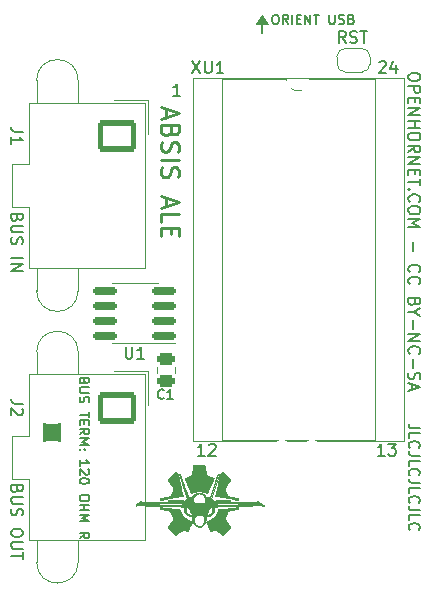
<source format=gbr>
%TF.GenerationSoftware,KiCad,Pcbnew,(6.0.9)*%
%TF.CreationDate,2023-01-09T22:01:26-09:00*%
%TF.ProjectId,ABSIS_ALE,41425349-535f-4414-9c45-2e6b69636164,1*%
%TF.SameCoordinates,Original*%
%TF.FileFunction,Legend,Top*%
%TF.FilePolarity,Positive*%
%FSLAX46Y46*%
G04 Gerber Fmt 4.6, Leading zero omitted, Abs format (unit mm)*
G04 Created by KiCad (PCBNEW (6.0.9)) date 2023-01-09 22:01:26*
%MOMM*%
%LPD*%
G01*
G04 APERTURE LIST*
G04 Aperture macros list*
%AMRoundRect*
0 Rectangle with rounded corners*
0 $1 Rounding radius*
0 $2 $3 $4 $5 $6 $7 $8 $9 X,Y pos of 4 corners*
0 Add a 4 corners polygon primitive as box body*
4,1,4,$2,$3,$4,$5,$6,$7,$8,$9,$2,$3,0*
0 Add four circle primitives for the rounded corners*
1,1,$1+$1,$2,$3*
1,1,$1+$1,$4,$5*
1,1,$1+$1,$6,$7*
1,1,$1+$1,$8,$9*
0 Add four rect primitives between the rounded corners*
20,1,$1+$1,$2,$3,$4,$5,0*
20,1,$1+$1,$4,$5,$6,$7,0*
20,1,$1+$1,$6,$7,$8,$9,0*
20,1,$1+$1,$8,$9,$2,$3,0*%
%AMFreePoly0*
4,1,22,0.500000,-0.750000,0.000000,-0.750000,0.000000,-0.745033,-0.079941,-0.743568,-0.215256,-0.701293,-0.333266,-0.622738,-0.424486,-0.514219,-0.481581,-0.384460,-0.499164,-0.250000,-0.500000,-0.250000,-0.500000,0.250000,-0.499164,0.250000,-0.499963,0.256109,-0.478152,0.396186,-0.417904,0.524511,-0.324060,0.630769,-0.204165,0.706417,-0.067858,0.745374,0.000000,0.744959,0.000000,0.750000,
0.500000,0.750000,0.500000,-0.750000,0.500000,-0.750000,$1*%
%AMFreePoly1*
4,1,20,0.000000,0.744959,0.073905,0.744508,0.209726,0.703889,0.328688,0.626782,0.421226,0.519385,0.479903,0.390333,0.500000,0.250000,0.500000,-0.250000,0.499851,-0.262216,0.476331,-0.402017,0.414519,-0.529596,0.319384,-0.634700,0.198574,-0.708877,0.061801,-0.746166,0.000000,-0.745033,0.000000,-0.750000,-0.500000,-0.750000,-0.500000,0.750000,0.000000,0.750000,0.000000,0.744959,
0.000000,0.744959,$1*%
G04 Aperture macros list end*
%ADD10C,0.100000*%
%ADD11C,0.150000*%
%ADD12C,1.500000*%
%ADD13C,0.250000*%
%ADD14C,0.120000*%
%ADD15C,0.010000*%
%ADD16C,3.200000*%
%ADD17RoundRect,0.250000X0.475000X-0.250000X0.475000X0.250000X-0.475000X0.250000X-0.475000X-0.250000X0*%
%ADD18C,3.000000*%
%ADD19RoundRect,0.250001X-1.399999X1.099999X-1.399999X-1.099999X1.399999X-1.099999X1.399999X1.099999X0*%
%ADD20O,3.300000X2.700000*%
%ADD21RoundRect,0.150000X0.825000X0.150000X-0.825000X0.150000X-0.825000X-0.150000X0.825000X-0.150000X0*%
%ADD22R,1.600000X1.600000*%
%ADD23O,1.600000X1.600000*%
%ADD24FreePoly0,180.000000*%
%ADD25FreePoly1,180.000000*%
%ADD26R,1.700000X1.700000*%
%ADD27O,1.700000X1.700000*%
G04 APERTURE END LIST*
D10*
G36*
X22804900Y49455800D02*
G01*
X21804900Y49455800D01*
X22304900Y50205800D01*
X22804900Y49455800D01*
G37*
X22804900Y49455800D02*
X21804900Y49455800D01*
X22304900Y50205800D01*
X22804900Y49455800D01*
D11*
X22296900Y48709800D02*
X22296900Y49709800D01*
D12*
X4529000Y17063000D02*
X4529000Y12745000D01*
D11*
X35683619Y45088667D02*
X35683619Y44898191D01*
X35636000Y44802953D01*
X35540761Y44707715D01*
X35350285Y44660096D01*
X35016952Y44660096D01*
X34826476Y44707715D01*
X34731238Y44802953D01*
X34683619Y44898191D01*
X34683619Y45088667D01*
X34731238Y45183905D01*
X34826476Y45279143D01*
X35016952Y45326762D01*
X35350285Y45326762D01*
X35540761Y45279143D01*
X35636000Y45183905D01*
X35683619Y45088667D01*
X34683619Y44231524D02*
X35683619Y44231524D01*
X35683619Y43850572D01*
X35636000Y43755334D01*
X35588380Y43707715D01*
X35493142Y43660096D01*
X35350285Y43660096D01*
X35255047Y43707715D01*
X35207428Y43755334D01*
X35159809Y43850572D01*
X35159809Y44231524D01*
X35207428Y43231524D02*
X35207428Y42898191D01*
X34683619Y42755334D02*
X34683619Y43231524D01*
X35683619Y43231524D01*
X35683619Y42755334D01*
X34683619Y42326762D02*
X35683619Y42326762D01*
X34683619Y41755334D01*
X35683619Y41755334D01*
X34683619Y41279143D02*
X35683619Y41279143D01*
X35207428Y41279143D02*
X35207428Y40707715D01*
X34683619Y40707715D02*
X35683619Y40707715D01*
X35683619Y40041048D02*
X35683619Y39850572D01*
X35636000Y39755334D01*
X35540761Y39660096D01*
X35350285Y39612477D01*
X35016952Y39612477D01*
X34826476Y39660096D01*
X34731238Y39755334D01*
X34683619Y39850572D01*
X34683619Y40041048D01*
X34731238Y40136286D01*
X34826476Y40231524D01*
X35016952Y40279143D01*
X35350285Y40279143D01*
X35540761Y40231524D01*
X35636000Y40136286D01*
X35683619Y40041048D01*
X34683619Y38612477D02*
X35159809Y38945810D01*
X34683619Y39183905D02*
X35683619Y39183905D01*
X35683619Y38802953D01*
X35636000Y38707715D01*
X35588380Y38660096D01*
X35493142Y38612477D01*
X35350285Y38612477D01*
X35255047Y38660096D01*
X35207428Y38707715D01*
X35159809Y38802953D01*
X35159809Y39183905D01*
X34683619Y38183905D02*
X35683619Y38183905D01*
X34683619Y37612477D01*
X35683619Y37612477D01*
X35207428Y37136286D02*
X35207428Y36802953D01*
X34683619Y36660096D02*
X34683619Y37136286D01*
X35683619Y37136286D01*
X35683619Y36660096D01*
X35683619Y36374381D02*
X35683619Y35802953D01*
X34683619Y36088667D02*
X35683619Y36088667D01*
X34778857Y35469620D02*
X34731238Y35422000D01*
X34683619Y35469620D01*
X34731238Y35517239D01*
X34778857Y35469620D01*
X34683619Y35469620D01*
X34778857Y34422000D02*
X34731238Y34469620D01*
X34683619Y34612477D01*
X34683619Y34707715D01*
X34731238Y34850572D01*
X34826476Y34945810D01*
X34921714Y34993429D01*
X35112190Y35041048D01*
X35255047Y35041048D01*
X35445523Y34993429D01*
X35540761Y34945810D01*
X35636000Y34850572D01*
X35683619Y34707715D01*
X35683619Y34612477D01*
X35636000Y34469620D01*
X35588380Y34422000D01*
X35683619Y33802953D02*
X35683619Y33612477D01*
X35636000Y33517239D01*
X35540761Y33422000D01*
X35350285Y33374381D01*
X35016952Y33374381D01*
X34826476Y33422000D01*
X34731238Y33517239D01*
X34683619Y33612477D01*
X34683619Y33802953D01*
X34731238Y33898191D01*
X34826476Y33993429D01*
X35016952Y34041048D01*
X35350285Y34041048D01*
X35540761Y33993429D01*
X35636000Y33898191D01*
X35683619Y33802953D01*
X34683619Y32945810D02*
X35683619Y32945810D01*
X34969333Y32612477D01*
X35683619Y32279143D01*
X34683619Y32279143D01*
X35064571Y31041048D02*
X35064571Y30279143D01*
X34778857Y28469620D02*
X34731238Y28517239D01*
X34683619Y28660096D01*
X34683619Y28755334D01*
X34731238Y28898191D01*
X34826476Y28993429D01*
X34921714Y29041048D01*
X35112190Y29088667D01*
X35255047Y29088667D01*
X35445523Y29041048D01*
X35540761Y28993429D01*
X35636000Y28898191D01*
X35683619Y28755334D01*
X35683619Y28660096D01*
X35636000Y28517239D01*
X35588380Y28469620D01*
X34778857Y27469620D02*
X34731238Y27517239D01*
X34683619Y27660096D01*
X34683619Y27755334D01*
X34731238Y27898191D01*
X34826476Y27993429D01*
X34921714Y28041048D01*
X35112190Y28088667D01*
X35255047Y28088667D01*
X35445523Y28041048D01*
X35540761Y27993429D01*
X35636000Y27898191D01*
X35683619Y27755334D01*
X35683619Y27660096D01*
X35636000Y27517239D01*
X35588380Y27469620D01*
X35207428Y25945810D02*
X35159809Y25802953D01*
X35112190Y25755334D01*
X35016952Y25707715D01*
X34874095Y25707715D01*
X34778857Y25755334D01*
X34731238Y25802953D01*
X34683619Y25898191D01*
X34683619Y26279143D01*
X35683619Y26279143D01*
X35683619Y25945810D01*
X35636000Y25850572D01*
X35588380Y25802953D01*
X35493142Y25755334D01*
X35397904Y25755334D01*
X35302666Y25802953D01*
X35255047Y25850572D01*
X35207428Y25945810D01*
X35207428Y26279143D01*
X35159809Y25088667D02*
X34683619Y25088667D01*
X35683619Y25422000D02*
X35159809Y25088667D01*
X35683619Y24755334D01*
X35064571Y24422000D02*
X35064571Y23660096D01*
X34683619Y23183905D02*
X35683619Y23183905D01*
X34683619Y22612477D01*
X35683619Y22612477D01*
X34778857Y21564858D02*
X34731238Y21612477D01*
X34683619Y21755334D01*
X34683619Y21850572D01*
X34731238Y21993429D01*
X34826476Y22088667D01*
X34921714Y22136286D01*
X35112190Y22183905D01*
X35255047Y22183905D01*
X35445523Y22136286D01*
X35540761Y22088667D01*
X35636000Y21993429D01*
X35683619Y21850572D01*
X35683619Y21755334D01*
X35636000Y21612477D01*
X35588380Y21564858D01*
X35064571Y21136286D02*
X35064571Y20374381D01*
X34731238Y19945810D02*
X34683619Y19802953D01*
X34683619Y19564858D01*
X34731238Y19469620D01*
X34778857Y19422000D01*
X34874095Y19374381D01*
X34969333Y19374381D01*
X35064571Y19422000D01*
X35112190Y19469620D01*
X35159809Y19564858D01*
X35207428Y19755334D01*
X35255047Y19850572D01*
X35302666Y19898191D01*
X35397904Y19945810D01*
X35493142Y19945810D01*
X35588380Y19898191D01*
X35636000Y19850572D01*
X35683619Y19755334D01*
X35683619Y19517239D01*
X35636000Y19374381D01*
X34969333Y18993429D02*
X34969333Y18517239D01*
X34683619Y19088667D02*
X35683619Y18755334D01*
X34683619Y18422000D01*
X17419523Y12927620D02*
X16848095Y12927620D01*
X17133809Y12927620D02*
X17133809Y13927620D01*
X17038571Y13784762D01*
X16943333Y13689524D01*
X16848095Y13641905D01*
X17800476Y13832381D02*
X17848095Y13880000D01*
X17943333Y13927620D01*
X18181428Y13927620D01*
X18276666Y13880000D01*
X18324285Y13832381D01*
X18371904Y13737143D01*
X18371904Y13641905D01*
X18324285Y13499048D01*
X17752857Y12927620D01*
X18371904Y12927620D01*
X32659523Y12927620D02*
X32088095Y12927620D01*
X32373809Y12927620D02*
X32373809Y13927620D01*
X32278571Y13784762D01*
X32183333Y13689524D01*
X32088095Y13641905D01*
X32992857Y13927620D02*
X33611904Y13927620D01*
X33278571Y13546667D01*
X33421428Y13546667D01*
X33516666Y13499048D01*
X33564285Y13451429D01*
X33611904Y13356191D01*
X33611904Y13118096D01*
X33564285Y13022858D01*
X33516666Y12975239D01*
X33421428Y12927620D01*
X33135714Y12927620D01*
X33040476Y12975239D01*
X32992857Y13022858D01*
X7253142Y19259286D02*
X7215047Y19145000D01*
X7176952Y19106905D01*
X7100761Y19068810D01*
X6986476Y19068810D01*
X6910285Y19106905D01*
X6872190Y19145000D01*
X6834095Y19221191D01*
X6834095Y19525953D01*
X7634095Y19525953D01*
X7634095Y19259286D01*
X7596000Y19183096D01*
X7557904Y19145000D01*
X7481714Y19106905D01*
X7405523Y19106905D01*
X7329333Y19145000D01*
X7291238Y19183096D01*
X7253142Y19259286D01*
X7253142Y19525953D01*
X7634095Y18725953D02*
X6986476Y18725953D01*
X6910285Y18687858D01*
X6872190Y18649762D01*
X6834095Y18573572D01*
X6834095Y18421191D01*
X6872190Y18345000D01*
X6910285Y18306905D01*
X6986476Y18268810D01*
X7634095Y18268810D01*
X6872190Y17925953D02*
X6834095Y17811667D01*
X6834095Y17621191D01*
X6872190Y17545000D01*
X6910285Y17506905D01*
X6986476Y17468810D01*
X7062666Y17468810D01*
X7138857Y17506905D01*
X7176952Y17545000D01*
X7215047Y17621191D01*
X7253142Y17773572D01*
X7291238Y17849762D01*
X7329333Y17887858D01*
X7405523Y17925953D01*
X7481714Y17925953D01*
X7557904Y17887858D01*
X7596000Y17849762D01*
X7634095Y17773572D01*
X7634095Y17583096D01*
X7596000Y17468810D01*
X7634095Y16630715D02*
X7634095Y16173572D01*
X6834095Y16402143D02*
X7634095Y16402143D01*
X7253142Y15906905D02*
X7253142Y15640239D01*
X6834095Y15525953D02*
X6834095Y15906905D01*
X7634095Y15906905D01*
X7634095Y15525953D01*
X6834095Y14725953D02*
X7215047Y14992620D01*
X6834095Y15183096D02*
X7634095Y15183096D01*
X7634095Y14878334D01*
X7596000Y14802143D01*
X7557904Y14764048D01*
X7481714Y14725953D01*
X7367428Y14725953D01*
X7291238Y14764048D01*
X7253142Y14802143D01*
X7215047Y14878334D01*
X7215047Y15183096D01*
X6834095Y14383096D02*
X7634095Y14383096D01*
X7062666Y14116429D01*
X7634095Y13849762D01*
X6834095Y13849762D01*
X6910285Y13468810D02*
X6872190Y13430715D01*
X6834095Y13468810D01*
X6872190Y13506905D01*
X6910285Y13468810D01*
X6834095Y13468810D01*
X7329333Y13468810D02*
X7291238Y13430715D01*
X7253142Y13468810D01*
X7291238Y13506905D01*
X7329333Y13468810D01*
X7253142Y13468810D01*
X6834095Y12059286D02*
X6834095Y12516429D01*
X6834095Y12287858D02*
X7634095Y12287858D01*
X7519809Y12364048D01*
X7443619Y12440239D01*
X7405523Y12516429D01*
X7557904Y11754524D02*
X7596000Y11716429D01*
X7634095Y11640239D01*
X7634095Y11449762D01*
X7596000Y11373572D01*
X7557904Y11335477D01*
X7481714Y11297381D01*
X7405523Y11297381D01*
X7291238Y11335477D01*
X6834095Y11792620D01*
X6834095Y11297381D01*
X7634095Y10802143D02*
X7634095Y10725953D01*
X7596000Y10649762D01*
X7557904Y10611667D01*
X7481714Y10573572D01*
X7329333Y10535477D01*
X7138857Y10535477D01*
X6986476Y10573572D01*
X6910285Y10611667D01*
X6872190Y10649762D01*
X6834095Y10725953D01*
X6834095Y10802143D01*
X6872190Y10878334D01*
X6910285Y10916429D01*
X6986476Y10954524D01*
X7138857Y10992620D01*
X7329333Y10992620D01*
X7481714Y10954524D01*
X7557904Y10916429D01*
X7596000Y10878334D01*
X7634095Y10802143D01*
X7634095Y9430715D02*
X7634095Y9278334D01*
X7596000Y9202143D01*
X7519809Y9125953D01*
X7367428Y9087858D01*
X7100761Y9087858D01*
X6948380Y9125953D01*
X6872190Y9202143D01*
X6834095Y9278334D01*
X6834095Y9430715D01*
X6872190Y9506905D01*
X6948380Y9583096D01*
X7100761Y9621191D01*
X7367428Y9621191D01*
X7519809Y9583096D01*
X7596000Y9506905D01*
X7634095Y9430715D01*
X6834095Y8745000D02*
X7634095Y8745000D01*
X7253142Y8745000D02*
X7253142Y8287858D01*
X6834095Y8287858D02*
X7634095Y8287858D01*
X6834095Y7906905D02*
X7634095Y7906905D01*
X7062666Y7640239D01*
X7634095Y7373572D01*
X6834095Y7373572D01*
X6834095Y5925953D02*
X7215047Y6192620D01*
X6834095Y6383096D02*
X7634095Y6383096D01*
X7634095Y6078334D01*
X7596000Y6002143D01*
X7557904Y5964048D01*
X7481714Y5925953D01*
X7367428Y5925953D01*
X7291238Y5964048D01*
X7253142Y6002143D01*
X7215047Y6078334D01*
X7215047Y6383096D01*
X32202995Y46225181D02*
X32250614Y46272800D01*
X32345852Y46320420D01*
X32583947Y46320420D01*
X32679185Y46272800D01*
X32726804Y46225181D01*
X32774423Y46129943D01*
X32774423Y46034705D01*
X32726804Y45891848D01*
X32155376Y45320420D01*
X32774423Y45320420D01*
X33631566Y45987086D02*
X33631566Y45320420D01*
X33393471Y46368039D02*
X33155376Y45653753D01*
X33774423Y45653753D01*
X23343257Y50274896D02*
X23495638Y50274896D01*
X23571828Y50236800D01*
X23648019Y50160610D01*
X23686114Y50008229D01*
X23686114Y49741562D01*
X23648019Y49589181D01*
X23571828Y49512991D01*
X23495638Y49474896D01*
X23343257Y49474896D01*
X23267066Y49512991D01*
X23190876Y49589181D01*
X23152780Y49741562D01*
X23152780Y50008229D01*
X23190876Y50160610D01*
X23267066Y50236800D01*
X23343257Y50274896D01*
X24486114Y49474896D02*
X24219447Y49855848D01*
X24028971Y49474896D02*
X24028971Y50274896D01*
X24333733Y50274896D01*
X24409923Y50236800D01*
X24448019Y50198705D01*
X24486114Y50122515D01*
X24486114Y50008229D01*
X24448019Y49932039D01*
X24409923Y49893943D01*
X24333733Y49855848D01*
X24028971Y49855848D01*
X24828971Y49474896D02*
X24828971Y50274896D01*
X25209923Y49893943D02*
X25476590Y49893943D01*
X25590876Y49474896D02*
X25209923Y49474896D01*
X25209923Y50274896D01*
X25590876Y50274896D01*
X25933733Y49474896D02*
X25933733Y50274896D01*
X26390876Y49474896D01*
X26390876Y50274896D01*
X26657542Y50274896D02*
X27114685Y50274896D01*
X26886114Y49474896D02*
X26886114Y50274896D01*
X27990876Y50274896D02*
X27990876Y49627277D01*
X28028971Y49551086D01*
X28067066Y49512991D01*
X28143257Y49474896D01*
X28295638Y49474896D01*
X28371828Y49512991D01*
X28409923Y49551086D01*
X28448019Y49627277D01*
X28448019Y50274896D01*
X28790876Y49512991D02*
X28905161Y49474896D01*
X29095638Y49474896D01*
X29171828Y49512991D01*
X29209923Y49551086D01*
X29248019Y49627277D01*
X29248019Y49703467D01*
X29209923Y49779658D01*
X29171828Y49817753D01*
X29095638Y49855848D01*
X28943257Y49893943D01*
X28867066Y49932039D01*
X28828971Y49970134D01*
X28790876Y50046324D01*
X28790876Y50122515D01*
X28828971Y50198705D01*
X28867066Y50236800D01*
X28943257Y50274896D01*
X29133733Y50274896D01*
X29248019Y50236800D01*
X29857542Y49893943D02*
X29971828Y49855848D01*
X30009923Y49817753D01*
X30048019Y49741562D01*
X30048019Y49627277D01*
X30009923Y49551086D01*
X29971828Y49512991D01*
X29895638Y49474896D01*
X29590876Y49474896D01*
X29590876Y50274896D01*
X29857542Y50274896D01*
X29933733Y50236800D01*
X29971828Y50198705D01*
X30009923Y50122515D01*
X30009923Y50046324D01*
X29971828Y49970134D01*
X29933733Y49932039D01*
X29857542Y49893943D01*
X29590876Y49893943D01*
X35628857Y15251143D02*
X34986000Y15251143D01*
X34857428Y15294000D01*
X34771714Y15379715D01*
X34728857Y15508286D01*
X34728857Y15594000D01*
X34728857Y14394000D02*
X34728857Y14822572D01*
X35628857Y14822572D01*
X34814571Y13579715D02*
X34771714Y13622572D01*
X34728857Y13751143D01*
X34728857Y13836858D01*
X34771714Y13965429D01*
X34857428Y14051143D01*
X34943142Y14094000D01*
X35114571Y14136858D01*
X35243142Y14136858D01*
X35414571Y14094000D01*
X35500285Y14051143D01*
X35586000Y13965429D01*
X35628857Y13836858D01*
X35628857Y13751143D01*
X35586000Y13622572D01*
X35543142Y13579715D01*
X35628857Y12936858D02*
X34986000Y12936858D01*
X34857428Y12979715D01*
X34771714Y13065429D01*
X34728857Y13194000D01*
X34728857Y13279715D01*
X34728857Y12079715D02*
X34728857Y12508286D01*
X35628857Y12508286D01*
X34814571Y11265429D02*
X34771714Y11308286D01*
X34728857Y11436858D01*
X34728857Y11522572D01*
X34771714Y11651143D01*
X34857428Y11736858D01*
X34943142Y11779715D01*
X35114571Y11822572D01*
X35243142Y11822572D01*
X35414571Y11779715D01*
X35500285Y11736858D01*
X35586000Y11651143D01*
X35628857Y11522572D01*
X35628857Y11436858D01*
X35586000Y11308286D01*
X35543142Y11265429D01*
X35628857Y10622572D02*
X34986000Y10622572D01*
X34857428Y10665429D01*
X34771714Y10751143D01*
X34728857Y10879715D01*
X34728857Y10965429D01*
X34728857Y9765429D02*
X34728857Y10194000D01*
X35628857Y10194000D01*
X34814571Y8951143D02*
X34771714Y8994000D01*
X34728857Y9122572D01*
X34728857Y9208286D01*
X34771714Y9336858D01*
X34857428Y9422572D01*
X34943142Y9465429D01*
X35114571Y9508286D01*
X35243142Y9508286D01*
X35414571Y9465429D01*
X35500285Y9422572D01*
X35586000Y9336858D01*
X35628857Y9208286D01*
X35628857Y9122572D01*
X35586000Y8994000D01*
X35543142Y8951143D01*
X35628857Y8308286D02*
X34986000Y8308286D01*
X34857428Y8351143D01*
X34771714Y8436858D01*
X34728857Y8565429D01*
X34728857Y8651143D01*
X34728857Y7451143D02*
X34728857Y7879715D01*
X35628857Y7879715D01*
X34814571Y6636858D02*
X34771714Y6679715D01*
X34728857Y6808286D01*
X34728857Y6894000D01*
X34771714Y7022572D01*
X34857428Y7108286D01*
X34943142Y7151143D01*
X35114571Y7194000D01*
X35243142Y7194000D01*
X35414571Y7151143D01*
X35500285Y7108286D01*
X35586000Y7022572D01*
X35628857Y6894000D01*
X35628857Y6808286D01*
X35586000Y6679715D01*
X35543142Y6636858D01*
X15355714Y43407620D02*
X14784285Y43407620D01*
X15070000Y43407620D02*
X15070000Y44407620D01*
X14974761Y44264762D01*
X14879523Y44169524D01*
X14784285Y44121905D01*
D13*
X14185000Y42267858D02*
X14185000Y41553572D01*
X13756428Y42410715D02*
X15256428Y41910715D01*
X13756428Y41410715D01*
X14542142Y40410715D02*
X14470714Y40196429D01*
X14399285Y40125000D01*
X14256428Y40053572D01*
X14042142Y40053572D01*
X13899285Y40125000D01*
X13827857Y40196429D01*
X13756428Y40339286D01*
X13756428Y40910715D01*
X15256428Y40910715D01*
X15256428Y40410715D01*
X15185000Y40267858D01*
X15113571Y40196429D01*
X14970714Y40125000D01*
X14827857Y40125000D01*
X14685000Y40196429D01*
X14613571Y40267858D01*
X14542142Y40410715D01*
X14542142Y40910715D01*
X13827857Y39482143D02*
X13756428Y39267858D01*
X13756428Y38910715D01*
X13827857Y38767858D01*
X13899285Y38696429D01*
X14042142Y38625000D01*
X14185000Y38625000D01*
X14327857Y38696429D01*
X14399285Y38767858D01*
X14470714Y38910715D01*
X14542142Y39196429D01*
X14613571Y39339286D01*
X14685000Y39410715D01*
X14827857Y39482143D01*
X14970714Y39482143D01*
X15113571Y39410715D01*
X15185000Y39339286D01*
X15256428Y39196429D01*
X15256428Y38839286D01*
X15185000Y38625000D01*
X13756428Y37982143D02*
X15256428Y37982143D01*
X13827857Y37339286D02*
X13756428Y37125000D01*
X13756428Y36767858D01*
X13827857Y36625000D01*
X13899285Y36553572D01*
X14042142Y36482143D01*
X14185000Y36482143D01*
X14327857Y36553572D01*
X14399285Y36625000D01*
X14470714Y36767858D01*
X14542142Y37053572D01*
X14613571Y37196429D01*
X14685000Y37267858D01*
X14827857Y37339286D01*
X14970714Y37339286D01*
X15113571Y37267858D01*
X15185000Y37196429D01*
X15256428Y37053572D01*
X15256428Y36696429D01*
X15185000Y36482143D01*
X14185000Y34767858D02*
X14185000Y34053572D01*
X13756428Y34910715D02*
X15256428Y34410715D01*
X13756428Y33910715D01*
X13756428Y32696429D02*
X13756428Y33410715D01*
X15256428Y33410715D01*
X14542142Y32196429D02*
X14542142Y31696429D01*
X13756428Y31482143D02*
X13756428Y32196429D01*
X15256428Y32196429D01*
X15256428Y31482143D01*
D11*
%TO.C,C1*%
X13970566Y17809086D02*
X13932471Y17770991D01*
X13818185Y17732896D01*
X13741995Y17732896D01*
X13627709Y17770991D01*
X13551519Y17847181D01*
X13513423Y17923372D01*
X13475328Y18075753D01*
X13475328Y18190039D01*
X13513423Y18342420D01*
X13551519Y18418610D01*
X13627709Y18494800D01*
X13741995Y18532896D01*
X13818185Y18532896D01*
X13932471Y18494800D01*
X13970566Y18456705D01*
X14732471Y17732896D02*
X14275328Y17732896D01*
X14503900Y17732896D02*
X14503900Y18532896D01*
X14427709Y18418610D01*
X14351519Y18342420D01*
X14275328Y18304324D01*
%TO.C,J1*%
X2047619Y40333334D02*
X1333333Y40333334D01*
X1190476Y40380953D01*
X1095238Y40476191D01*
X1047619Y40619048D01*
X1047619Y40714286D01*
X1047619Y39333334D02*
X1047619Y39904762D01*
X1047619Y39619048D02*
X2047619Y39619048D01*
X1904761Y39714286D01*
X1809523Y39809524D01*
X1761904Y39904762D01*
X1571428Y33071429D02*
X1523809Y32928572D01*
X1476190Y32880953D01*
X1380952Y32833334D01*
X1238095Y32833334D01*
X1142857Y32880953D01*
X1095238Y32928572D01*
X1047619Y33023810D01*
X1047619Y33404762D01*
X2047619Y33404762D01*
X2047619Y33071429D01*
X2000000Y32976191D01*
X1952380Y32928572D01*
X1857142Y32880953D01*
X1761904Y32880953D01*
X1666666Y32928572D01*
X1619047Y32976191D01*
X1571428Y33071429D01*
X1571428Y33404762D01*
X2047619Y32404762D02*
X1238095Y32404762D01*
X1142857Y32357143D01*
X1095238Y32309524D01*
X1047619Y32214286D01*
X1047619Y32023810D01*
X1095238Y31928572D01*
X1142857Y31880953D01*
X1238095Y31833334D01*
X2047619Y31833334D01*
X1095238Y31404762D02*
X1047619Y31261905D01*
X1047619Y31023810D01*
X1095238Y30928572D01*
X1142857Y30880953D01*
X1238095Y30833334D01*
X1333333Y30833334D01*
X1428571Y30880953D01*
X1476190Y30928572D01*
X1523809Y31023810D01*
X1571428Y31214286D01*
X1619047Y31309524D01*
X1666666Y31357143D01*
X1761904Y31404762D01*
X1857142Y31404762D01*
X1952380Y31357143D01*
X2000000Y31309524D01*
X2047619Y31214286D01*
X2047619Y30976191D01*
X2000000Y30833334D01*
X1047619Y29642858D02*
X2047619Y29642858D01*
X1047619Y29166667D02*
X2047619Y29166667D01*
X1047619Y28595239D01*
X2047619Y28595239D01*
%TO.C,J2*%
X2047619Y17333334D02*
X1333333Y17333334D01*
X1190476Y17380953D01*
X1095238Y17476191D01*
X1047619Y17619048D01*
X1047619Y17714286D01*
X1952380Y16904762D02*
X2000000Y16857143D01*
X2047619Y16761905D01*
X2047619Y16523810D01*
X2000000Y16428572D01*
X1952380Y16380953D01*
X1857142Y16333334D01*
X1761904Y16333334D01*
X1619047Y16380953D01*
X1047619Y16952381D01*
X1047619Y16333334D01*
X1571428Y10106096D02*
X1523809Y9963239D01*
X1476190Y9915620D01*
X1380952Y9868000D01*
X1238095Y9868000D01*
X1142857Y9915620D01*
X1095238Y9963239D01*
X1047619Y10058477D01*
X1047619Y10439429D01*
X2047619Y10439429D01*
X2047619Y10106096D01*
X2000000Y10010858D01*
X1952380Y9963239D01*
X1857142Y9915620D01*
X1761904Y9915620D01*
X1666666Y9963239D01*
X1619047Y10010858D01*
X1571428Y10106096D01*
X1571428Y10439429D01*
X2047619Y9439429D02*
X1238095Y9439429D01*
X1142857Y9391810D01*
X1095238Y9344191D01*
X1047619Y9248953D01*
X1047619Y9058477D01*
X1095238Y8963239D01*
X1142857Y8915620D01*
X1238095Y8868000D01*
X2047619Y8868000D01*
X1095238Y8439429D02*
X1047619Y8296572D01*
X1047619Y8058477D01*
X1095238Y7963239D01*
X1142857Y7915620D01*
X1238095Y7868000D01*
X1333333Y7868000D01*
X1428571Y7915620D01*
X1476190Y7963239D01*
X1523809Y8058477D01*
X1571428Y8248953D01*
X1619047Y8344191D01*
X1666666Y8391810D01*
X1761904Y8439429D01*
X1857142Y8439429D01*
X1952380Y8391810D01*
X2000000Y8344191D01*
X2047619Y8248953D01*
X2047619Y8010858D01*
X2000000Y7868000D01*
X2047619Y6487048D02*
X2047619Y6296572D01*
X2000000Y6201334D01*
X1904761Y6106096D01*
X1714285Y6058477D01*
X1380952Y6058477D01*
X1190476Y6106096D01*
X1095238Y6201334D01*
X1047619Y6296572D01*
X1047619Y6487048D01*
X1095238Y6582286D01*
X1190476Y6677524D01*
X1380952Y6725143D01*
X1714285Y6725143D01*
X1904761Y6677524D01*
X2000000Y6582286D01*
X2047619Y6487048D01*
X2047619Y5629905D02*
X1238095Y5629905D01*
X1142857Y5582286D01*
X1095238Y5534667D01*
X1047619Y5439429D01*
X1047619Y5248953D01*
X1095238Y5153715D01*
X1142857Y5106096D01*
X1238095Y5058477D01*
X2047619Y5058477D01*
X2047619Y4725143D02*
X2047619Y4153715D01*
X1047619Y4439429D02*
X2047619Y4439429D01*
%TO.C,U1*%
X10738095Y22147620D02*
X10738095Y21338096D01*
X10785714Y21242858D01*
X10833333Y21195239D01*
X10928571Y21147620D01*
X11119047Y21147620D01*
X11214285Y21195239D01*
X11261904Y21242858D01*
X11309523Y21338096D01*
X11309523Y22147620D01*
X12309523Y21147620D02*
X11738095Y21147620D01*
X12023809Y21147620D02*
X12023809Y22147620D01*
X11928571Y22004762D01*
X11833333Y21909524D01*
X11738095Y21861905D01*
%TO.C,XU1*%
X16391566Y46320420D02*
X17058233Y45320420D01*
X17058233Y46320420D02*
X16391566Y45320420D01*
X17439185Y46320420D02*
X17439185Y45510896D01*
X17486804Y45415658D01*
X17534423Y45368039D01*
X17629661Y45320420D01*
X17820138Y45320420D01*
X17915376Y45368039D01*
X17962995Y45415658D01*
X18010614Y45510896D01*
X18010614Y46320420D01*
X19010614Y45320420D02*
X18439185Y45320420D01*
X18724900Y45320420D02*
X18724900Y46320420D01*
X18629661Y46177562D01*
X18534423Y46082324D01*
X18439185Y46034705D01*
%TO.C,RST1*%
X29369280Y47860420D02*
X29035947Y48336610D01*
X28797852Y47860420D02*
X28797852Y48860420D01*
X29178804Y48860420D01*
X29274042Y48812800D01*
X29321661Y48765181D01*
X29369280Y48669943D01*
X29369280Y48527086D01*
X29321661Y48431848D01*
X29274042Y48384229D01*
X29178804Y48336610D01*
X28797852Y48336610D01*
X29750233Y47908039D02*
X29893090Y47860420D01*
X30131185Y47860420D01*
X30226423Y47908039D01*
X30274042Y47955658D01*
X30321661Y48050896D01*
X30321661Y48146134D01*
X30274042Y48241372D01*
X30226423Y48288991D01*
X30131185Y48336610D01*
X29940709Y48384229D01*
X29845471Y48431848D01*
X29797852Y48479467D01*
X29750233Y48574705D01*
X29750233Y48669943D01*
X29797852Y48765181D01*
X29845471Y48812800D01*
X29940709Y48860420D01*
X30178804Y48860420D01*
X30321661Y48812800D01*
X30607376Y48860420D02*
X31178804Y48860420D01*
X30893090Y47860420D02*
X30893090Y48860420D01*
D14*
%TO.C,C1*%
X13433900Y19923548D02*
X13433900Y20446052D01*
X14903900Y19923548D02*
X14903900Y20446052D01*
%TO.C,J1*%
X12360000Y35800000D02*
X12360000Y42810000D01*
X6720000Y26900000D02*
X6720000Y28790000D01*
X12360000Y42810000D02*
X2540000Y42810000D01*
X3200000Y26900000D02*
X3200000Y28790000D01*
X6720000Y44700000D02*
X6720000Y42810000D01*
X1140000Y37610000D02*
X1140000Y35800000D01*
X2540000Y28790000D02*
X2540000Y33990000D01*
X2540000Y42810000D02*
X2540000Y37610000D01*
X2540000Y33990000D02*
X1140000Y33990000D01*
X12360000Y35800000D02*
X12360000Y28790000D01*
X3200000Y44700000D02*
X3200000Y42810000D01*
X12600000Y43050000D02*
X9750000Y43050000D01*
X2540000Y37610000D02*
X1140000Y37610000D01*
X12360000Y28790000D02*
X2540000Y28790000D01*
X12600000Y40200000D02*
X12600000Y43050000D01*
X1140000Y33990000D02*
X1140000Y35800000D01*
X6720000Y44700000D02*
G75*
G03*
X3200000Y44700000I-1760000J0D01*
G01*
X3200000Y26900000D02*
G75*
G03*
X6720000Y26900000I1760000J0D01*
G01*
%TO.C,J2*%
X12360000Y12800000D02*
X12360000Y19810000D01*
X12600000Y17200000D02*
X12600000Y20050000D01*
X12360000Y19810000D02*
X2540000Y19810000D01*
X2540000Y19810000D02*
X2540000Y14610000D01*
X3200000Y21700000D02*
X3200000Y19810000D01*
X2540000Y5790000D02*
X2540000Y10990000D01*
X6720000Y3900000D02*
X6720000Y5790000D01*
X12360000Y12800000D02*
X12360000Y5790000D01*
X1140000Y10990000D02*
X1140000Y12800000D01*
X2540000Y10990000D02*
X1140000Y10990000D01*
X6720000Y21700000D02*
X6720000Y19810000D01*
X12360000Y5790000D02*
X2540000Y5790000D01*
X12600000Y20050000D02*
X9750000Y20050000D01*
X1140000Y14610000D02*
X1140000Y12800000D01*
X2540000Y14610000D02*
X1140000Y14610000D01*
X3200000Y3900000D02*
X3200000Y5790000D01*
X6720000Y21700000D02*
G75*
G03*
X3200000Y21700000I-1760000J0D01*
G01*
X3200000Y3900000D02*
G75*
G03*
X6720000Y3900000I1760000J0D01*
G01*
%TO.C,U1*%
X11500000Y22440000D02*
X9550000Y22440000D01*
X11500000Y22440000D02*
X14950000Y22440000D01*
X11500000Y27560000D02*
X9550000Y27560000D01*
X11500000Y27560000D02*
X13450000Y27560000D01*
%TO.C,XU1*%
X16407600Y14156800D02*
X34307600Y14156800D01*
X16407600Y44876800D02*
X16407600Y14156800D01*
X18897600Y44816800D02*
X18897600Y14216800D01*
X31817600Y44816800D02*
X26357600Y44816800D01*
X31817600Y14216800D02*
X31817600Y44816800D01*
X18897600Y14216800D02*
X31817600Y14216800D01*
X24357600Y44816800D02*
X18897600Y44816800D01*
X34307600Y44876800D02*
X16407600Y44876800D01*
X34307600Y14156800D02*
X34307600Y44876800D01*
X24357600Y44816800D02*
G75*
G03*
X26357600Y44816800I1000000J0D01*
G01*
%TO.C,LOGO2*%
G36*
X18970887Y11509164D02*
G01*
X18975364Y11505853D01*
X18985302Y11497017D01*
X19000205Y11483146D01*
X19019579Y11464733D01*
X19042929Y11442270D01*
X19069760Y11416249D01*
X19099577Y11387161D01*
X19131884Y11355498D01*
X19166188Y11321753D01*
X19201992Y11286418D01*
X19238803Y11249984D01*
X19276125Y11212943D01*
X19313463Y11175787D01*
X19350323Y11139009D01*
X19386209Y11103099D01*
X19420626Y11068551D01*
X19453080Y11035855D01*
X19483075Y11005505D01*
X19510117Y10977991D01*
X19533711Y10953806D01*
X19553361Y10933441D01*
X19568574Y10917390D01*
X19578853Y10906143D01*
X19583704Y10900192D01*
X19583882Y10899887D01*
X19588421Y10883888D01*
X19588152Y10873764D01*
X19585273Y10867583D01*
X19577547Y10854540D01*
X19565012Y10834689D01*
X19547702Y10808085D01*
X19525655Y10774783D01*
X19498907Y10734837D01*
X19467494Y10688303D01*
X19431453Y10635234D01*
X19390820Y10575685D01*
X19345903Y10510109D01*
X19306583Y10452697D01*
X19270081Y10399202D01*
X19236606Y10349934D01*
X19206363Y10305204D01*
X19179561Y10265321D01*
X19156406Y10230597D01*
X19137106Y10201341D01*
X19121867Y10177864D01*
X19110897Y10160476D01*
X19104404Y10149488D01*
X19102589Y10145605D01*
X19100882Y10132772D01*
X19101295Y10121870D01*
X19101371Y10121507D01*
X19103570Y10115214D01*
X19108813Y10101962D01*
X19116786Y10082487D01*
X19127170Y10057526D01*
X19139650Y10027814D01*
X19153909Y9994086D01*
X19169630Y9957079D01*
X19186496Y9917529D01*
X19204191Y9876170D01*
X19222399Y9833739D01*
X19240802Y9790972D01*
X19259084Y9748604D01*
X19276928Y9707371D01*
X19294018Y9668009D01*
X19310038Y9631254D01*
X19324669Y9597842D01*
X19337597Y9568507D01*
X19348504Y9543987D01*
X19357073Y9525016D01*
X19362988Y9512331D01*
X19365933Y9506667D01*
X19365999Y9506579D01*
X19375971Y9496745D01*
X19385706Y9490091D01*
X19391398Y9488504D01*
X19404836Y9485497D01*
X19425440Y9481185D01*
X19452629Y9475681D01*
X19485822Y9469097D01*
X19524439Y9461547D01*
X19567899Y9453144D01*
X19615622Y9444001D01*
X19667027Y9434232D01*
X19721533Y9423949D01*
X19778560Y9413265D01*
X19809724Y9407458D01*
X19877442Y9394858D01*
X19937334Y9383700D01*
X19989897Y9373879D01*
X20035629Y9365291D01*
X20075027Y9357831D01*
X20108589Y9351394D01*
X20136814Y9345876D01*
X20160197Y9341172D01*
X20179238Y9337178D01*
X20194434Y9333789D01*
X20206282Y9330901D01*
X20215281Y9328410D01*
X20221927Y9326209D01*
X20226719Y9324196D01*
X20230154Y9322265D01*
X20232731Y9320312D01*
X20234945Y9318232D01*
X20235084Y9318095D01*
X20247784Y9305493D01*
X20250446Y9157467D01*
X20240648Y9157899D01*
X20234863Y9158965D01*
X20221605Y9161886D01*
X20201621Y9166485D01*
X20175658Y9172583D01*
X20144462Y9180003D01*
X20108781Y9188568D01*
X20069360Y9198100D01*
X20026946Y9208422D01*
X19983200Y9219130D01*
X19889281Y9242058D01*
X19803162Y9262808D01*
X19724486Y9281461D01*
X19652893Y9298098D01*
X19588026Y9312803D01*
X19529526Y9325657D01*
X19477034Y9336742D01*
X19430192Y9346139D01*
X19411700Y9349681D01*
X19396949Y9352373D01*
X19374497Y9356345D01*
X19344995Y9361488D01*
X19309093Y9367691D01*
X19267443Y9374841D01*
X19220694Y9382829D01*
X19169498Y9391543D01*
X19114505Y9400873D01*
X19056365Y9410708D01*
X18995730Y9420936D01*
X18933250Y9431446D01*
X18869576Y9442129D01*
X18863483Y9443149D01*
X18800962Y9453659D01*
X18740406Y9463911D01*
X18682383Y9473807D01*
X18627462Y9483245D01*
X18576209Y9492127D01*
X18529194Y9500351D01*
X18486984Y9507818D01*
X18450147Y9514428D01*
X18419251Y9520081D01*
X18394865Y9524677D01*
X18377557Y9528115D01*
X18367894Y9530297D01*
X18366754Y9530629D01*
X18352434Y9535634D01*
X18344703Y9539557D01*
X18341988Y9543561D01*
X18342609Y9548461D01*
X18344527Y9555211D01*
X18346801Y9563777D01*
X18349500Y9574480D01*
X18352696Y9587644D01*
X18356460Y9603591D01*
X18360863Y9622643D01*
X18365975Y9645125D01*
X18371868Y9671357D01*
X18378612Y9701664D01*
X18386278Y9736368D01*
X18394937Y9775790D01*
X18404660Y9820255D01*
X18415518Y9870085D01*
X18427582Y9925603D01*
X18440923Y9987131D01*
X18455611Y10054991D01*
X18471717Y10129508D01*
X18489312Y10211003D01*
X18508468Y10299799D01*
X18529254Y10396219D01*
X18551743Y10500586D01*
X18552413Y10503698D01*
X18739833Y11373679D01*
X18838244Y11441381D01*
X18864285Y11459070D01*
X18888562Y11475130D01*
X18910063Y11488928D01*
X18927779Y11499829D01*
X18940702Y11507198D01*
X18947819Y11510402D01*
X18948206Y11510473D01*
X18961622Y11510524D01*
X18970887Y11509164D01*
G37*
D15*
X18970887Y11509164D02*
X18975364Y11505853D01*
X18985302Y11497017D01*
X19000205Y11483146D01*
X19019579Y11464733D01*
X19042929Y11442270D01*
X19069760Y11416249D01*
X19099577Y11387161D01*
X19131884Y11355498D01*
X19166188Y11321753D01*
X19201992Y11286418D01*
X19238803Y11249984D01*
X19276125Y11212943D01*
X19313463Y11175787D01*
X19350323Y11139009D01*
X19386209Y11103099D01*
X19420626Y11068551D01*
X19453080Y11035855D01*
X19483075Y11005505D01*
X19510117Y10977991D01*
X19533711Y10953806D01*
X19553361Y10933441D01*
X19568574Y10917390D01*
X19578853Y10906143D01*
X19583704Y10900192D01*
X19583882Y10899887D01*
X19588421Y10883888D01*
X19588152Y10873764D01*
X19585273Y10867583D01*
X19577547Y10854540D01*
X19565012Y10834689D01*
X19547702Y10808085D01*
X19525655Y10774783D01*
X19498907Y10734837D01*
X19467494Y10688303D01*
X19431453Y10635234D01*
X19390820Y10575685D01*
X19345903Y10510109D01*
X19306583Y10452697D01*
X19270081Y10399202D01*
X19236606Y10349934D01*
X19206363Y10305204D01*
X19179561Y10265321D01*
X19156406Y10230597D01*
X19137106Y10201341D01*
X19121867Y10177864D01*
X19110897Y10160476D01*
X19104404Y10149488D01*
X19102589Y10145605D01*
X19100882Y10132772D01*
X19101295Y10121870D01*
X19101371Y10121507D01*
X19103570Y10115214D01*
X19108813Y10101962D01*
X19116786Y10082487D01*
X19127170Y10057526D01*
X19139650Y10027814D01*
X19153909Y9994086D01*
X19169630Y9957079D01*
X19186496Y9917529D01*
X19204191Y9876170D01*
X19222399Y9833739D01*
X19240802Y9790972D01*
X19259084Y9748604D01*
X19276928Y9707371D01*
X19294018Y9668009D01*
X19310038Y9631254D01*
X19324669Y9597842D01*
X19337597Y9568507D01*
X19348504Y9543987D01*
X19357073Y9525016D01*
X19362988Y9512331D01*
X19365933Y9506667D01*
X19365999Y9506579D01*
X19375971Y9496745D01*
X19385706Y9490091D01*
X19391398Y9488504D01*
X19404836Y9485497D01*
X19425440Y9481185D01*
X19452629Y9475681D01*
X19485822Y9469097D01*
X19524439Y9461547D01*
X19567899Y9453144D01*
X19615622Y9444001D01*
X19667027Y9434232D01*
X19721533Y9423949D01*
X19778560Y9413265D01*
X19809724Y9407458D01*
X19877442Y9394858D01*
X19937334Y9383700D01*
X19989897Y9373879D01*
X20035629Y9365291D01*
X20075027Y9357831D01*
X20108589Y9351394D01*
X20136814Y9345876D01*
X20160197Y9341172D01*
X20179238Y9337178D01*
X20194434Y9333789D01*
X20206282Y9330901D01*
X20215281Y9328410D01*
X20221927Y9326209D01*
X20226719Y9324196D01*
X20230154Y9322265D01*
X20232731Y9320312D01*
X20234945Y9318232D01*
X20235084Y9318095D01*
X20247784Y9305493D01*
X20250446Y9157467D01*
X20240648Y9157899D01*
X20234863Y9158965D01*
X20221605Y9161886D01*
X20201621Y9166485D01*
X20175658Y9172583D01*
X20144462Y9180003D01*
X20108781Y9188568D01*
X20069360Y9198100D01*
X20026946Y9208422D01*
X19983200Y9219130D01*
X19889281Y9242058D01*
X19803162Y9262808D01*
X19724486Y9281461D01*
X19652893Y9298098D01*
X19588026Y9312803D01*
X19529526Y9325657D01*
X19477034Y9336742D01*
X19430192Y9346139D01*
X19411700Y9349681D01*
X19396949Y9352373D01*
X19374497Y9356345D01*
X19344995Y9361488D01*
X19309093Y9367691D01*
X19267443Y9374841D01*
X19220694Y9382829D01*
X19169498Y9391543D01*
X19114505Y9400873D01*
X19056365Y9410708D01*
X18995730Y9420936D01*
X18933250Y9431446D01*
X18869576Y9442129D01*
X18863483Y9443149D01*
X18800962Y9453659D01*
X18740406Y9463911D01*
X18682383Y9473807D01*
X18627462Y9483245D01*
X18576209Y9492127D01*
X18529194Y9500351D01*
X18486984Y9507818D01*
X18450147Y9514428D01*
X18419251Y9520081D01*
X18394865Y9524677D01*
X18377557Y9528115D01*
X18367894Y9530297D01*
X18366754Y9530629D01*
X18352434Y9535634D01*
X18344703Y9539557D01*
X18341988Y9543561D01*
X18342609Y9548461D01*
X18344527Y9555211D01*
X18346801Y9563777D01*
X18349500Y9574480D01*
X18352696Y9587644D01*
X18356460Y9603591D01*
X18360863Y9622643D01*
X18365975Y9645125D01*
X18371868Y9671357D01*
X18378612Y9701664D01*
X18386278Y9736368D01*
X18394937Y9775790D01*
X18404660Y9820255D01*
X18415518Y9870085D01*
X18427582Y9925603D01*
X18440923Y9987131D01*
X18455611Y10054991D01*
X18471717Y10129508D01*
X18489312Y10211003D01*
X18508468Y10299799D01*
X18529254Y10396219D01*
X18551743Y10500586D01*
X18552413Y10503698D01*
X18739833Y11373679D01*
X18838244Y11441381D01*
X18864285Y11459070D01*
X18888562Y11475130D01*
X18910063Y11488928D01*
X18927779Y11499829D01*
X18940702Y11507198D01*
X18947819Y11510402D01*
X18948206Y11510473D01*
X18961622Y11510524D01*
X18970887Y11509164D01*
G36*
X20244197Y8551829D02*
G01*
X20247033Y8550054D01*
X20248727Y8545337D01*
X20249574Y8536239D01*
X20249867Y8521319D01*
X20249900Y8503281D01*
X20249204Y8474641D01*
X20246899Y8453121D01*
X20242659Y8437474D01*
X20236158Y8426451D01*
X20228029Y8419402D01*
X20222440Y8417688D01*
X20209050Y8414560D01*
X20188388Y8410124D01*
X20160981Y8404482D01*
X20127359Y8397739D01*
X20088050Y8389998D01*
X20043583Y8381365D01*
X19994486Y8371942D01*
X19941287Y8361833D01*
X19884515Y8351143D01*
X19824700Y8339976D01*
X19816368Y8338428D01*
X19759135Y8327774D01*
X19704199Y8317501D01*
X19652141Y8307718D01*
X19603540Y8298538D01*
X19558977Y8290071D01*
X19519031Y8282429D01*
X19484283Y8275723D01*
X19455313Y8270064D01*
X19432701Y8265562D01*
X19417027Y8262330D01*
X19408872Y8260479D01*
X19407851Y8260153D01*
X19403561Y8257525D01*
X19399354Y8254089D01*
X19394998Y8249333D01*
X19390262Y8242748D01*
X19384916Y8233823D01*
X19378727Y8222047D01*
X19371466Y8206909D01*
X19362901Y8187900D01*
X19352801Y8164509D01*
X19340935Y8136224D01*
X19327072Y8102536D01*
X19310981Y8062934D01*
X19292431Y8016907D01*
X19271192Y7963945D01*
X19251178Y7913913D01*
X19224910Y7848035D01*
X19201834Y7789801D01*
X19181882Y7739039D01*
X19164990Y7695577D01*
X19151093Y7659244D01*
X19140125Y7629869D01*
X19132021Y7607278D01*
X19126716Y7591302D01*
X19124143Y7581767D01*
X19123860Y7579480D01*
X19125576Y7565281D01*
X19129701Y7552487D01*
X19130000Y7551896D01*
X19133264Y7546720D01*
X19140969Y7535088D01*
X19152762Y7517521D01*
X19168289Y7494537D01*
X19187194Y7466660D01*
X19209125Y7434409D01*
X19233728Y7398305D01*
X19260647Y7358869D01*
X19289529Y7316621D01*
X19320020Y7272083D01*
X19348757Y7230162D01*
X19380599Y7183739D01*
X19411311Y7138960D01*
X19440523Y7096368D01*
X19467863Y7056502D01*
X19492960Y7019904D01*
X19515445Y6987114D01*
X19534945Y6958673D01*
X19551091Y6935122D01*
X19563510Y6917001D01*
X19571834Y6904852D01*
X19575450Y6899567D01*
X19586067Y6880235D01*
X19589500Y6863616D01*
X19589302Y6860937D01*
X19588481Y6857916D01*
X19586696Y6854197D01*
X19583608Y6849422D01*
X19578875Y6843235D01*
X19572159Y6835277D01*
X19563118Y6825193D01*
X19551413Y6812624D01*
X19536702Y6797213D01*
X19518647Y6778604D01*
X19496906Y6756438D01*
X19471139Y6730359D01*
X19441007Y6700010D01*
X19406168Y6665033D01*
X19366283Y6625070D01*
X19321011Y6579766D01*
X19281493Y6540241D01*
X19230598Y6489285D01*
X19185382Y6443949D01*
X19145462Y6403941D01*
X19110454Y6368970D01*
X19079976Y6338747D01*
X19053643Y6312979D01*
X19031073Y6291377D01*
X19011882Y6273649D01*
X18995686Y6259504D01*
X18982104Y6248652D01*
X18970750Y6240802D01*
X18961241Y6235663D01*
X18953195Y6232945D01*
X18946228Y6232355D01*
X18939957Y6233604D01*
X18933998Y6236401D01*
X18927967Y6240455D01*
X18921483Y6245475D01*
X18914160Y6251170D01*
X18907127Y6256232D01*
X18898238Y6262310D01*
X18882960Y6272773D01*
X18861882Y6287218D01*
X18835597Y6305237D01*
X18804694Y6326427D01*
X18769765Y6350382D01*
X18731400Y6376696D01*
X18690191Y6404965D01*
X18646727Y6434784D01*
X18601601Y6465746D01*
X18575851Y6483416D01*
X18523105Y6519592D01*
X18476863Y6551255D01*
X18436666Y6578704D01*
X18402052Y6602239D01*
X18372560Y6622159D01*
X18347731Y6638763D01*
X18327102Y6652351D01*
X18310213Y6663222D01*
X18296603Y6671674D01*
X18285811Y6678009D01*
X18277377Y6682525D01*
X18270839Y6685521D01*
X18265737Y6687296D01*
X18261610Y6688151D01*
X18260468Y6688275D01*
X18255308Y6688505D01*
X18249868Y6688045D01*
X18243381Y6686539D01*
X18235079Y6683630D01*
X18224198Y6678965D01*
X18209969Y6672186D01*
X18191625Y6662938D01*
X18168400Y6650867D01*
X18139528Y6635616D01*
X18104241Y6616829D01*
X18090054Y6609257D01*
X18048706Y6587346D01*
X18012719Y6568621D01*
X17982458Y6553259D01*
X17958284Y6541440D01*
X17940560Y6533343D01*
X17929647Y6529148D01*
X17926750Y6528567D01*
X17913590Y6532184D01*
X17905923Y6538092D01*
X17903306Y6543063D01*
X17897694Y6555317D01*
X17889316Y6574308D01*
X17878401Y6599490D01*
X17865177Y6630317D01*
X17849875Y6666244D01*
X17832722Y6706725D01*
X17813949Y6751213D01*
X17793783Y6799164D01*
X17772455Y6850032D01*
X17750193Y6903269D01*
X17727227Y6958332D01*
X17703785Y7014673D01*
X17680096Y7071748D01*
X17656390Y7129010D01*
X17632896Y7185913D01*
X17609842Y7241912D01*
X17587458Y7296461D01*
X17580063Y7314526D01*
X17581733Y7319607D01*
X17585772Y7321885D01*
X17591751Y7324759D01*
X17604315Y7331554D01*
X17622775Y7341864D01*
X17646437Y7355284D01*
X17674609Y7371409D01*
X17706601Y7389834D01*
X17741720Y7410154D01*
X17779273Y7431963D01*
X17818570Y7454856D01*
X17858919Y7478429D01*
X17899627Y7502275D01*
X17940003Y7525990D01*
X17979354Y7549169D01*
X18016989Y7571407D01*
X18052217Y7592298D01*
X18084344Y7611437D01*
X18112680Y7628419D01*
X18136532Y7642839D01*
X18155209Y7654291D01*
X18168018Y7662372D01*
X18173345Y7665965D01*
X18207006Y7693022D01*
X18242546Y7725990D01*
X18278351Y7763069D01*
X18312807Y7802457D01*
X18344298Y7842355D01*
X18371210Y7880961D01*
X18382456Y7899235D01*
X18387388Y7908564D01*
X18395259Y7924557D01*
X18405659Y7946311D01*
X18418176Y7972923D01*
X18432402Y8003488D01*
X18447925Y8037103D01*
X18464334Y8072865D01*
X18481221Y8109870D01*
X18498173Y8147213D01*
X18514782Y8183993D01*
X18530637Y8219304D01*
X18545326Y8252244D01*
X18558441Y8281908D01*
X18569570Y8307394D01*
X18578303Y8327797D01*
X18584231Y8342214D01*
X18586785Y8349183D01*
X18589978Y8359511D01*
X18591973Y8365349D01*
X18592227Y8365834D01*
X18596412Y8366305D01*
X18608606Y8367687D01*
X18628404Y8369934D01*
X18655402Y8373001D01*
X18689197Y8376842D01*
X18729385Y8381409D01*
X18775562Y8386659D01*
X18827323Y8392544D01*
X18884265Y8399019D01*
X18945983Y8406037D01*
X19012075Y8413553D01*
X19082136Y8421522D01*
X19155761Y8429896D01*
X19232548Y8438631D01*
X19312091Y8447679D01*
X19393988Y8456996D01*
X19411316Y8458967D01*
X19493804Y8468346D01*
X19574111Y8477465D01*
X19651825Y8486279D01*
X19726537Y8494741D01*
X19797837Y8502806D01*
X19865314Y8510427D01*
X19928558Y8517558D01*
X19987159Y8524153D01*
X20040707Y8530166D01*
X20088791Y8535550D01*
X20131001Y8540261D01*
X20166927Y8544250D01*
X20196159Y8547474D01*
X20218286Y8549885D01*
X20232899Y8551437D01*
X20239587Y8552084D01*
X20239925Y8552101D01*
X20244197Y8551829D01*
G37*
X20244197Y8551829D02*
X20247033Y8550054D01*
X20248727Y8545337D01*
X20249574Y8536239D01*
X20249867Y8521319D01*
X20249900Y8503281D01*
X20249204Y8474641D01*
X20246899Y8453121D01*
X20242659Y8437474D01*
X20236158Y8426451D01*
X20228029Y8419402D01*
X20222440Y8417688D01*
X20209050Y8414560D01*
X20188388Y8410124D01*
X20160981Y8404482D01*
X20127359Y8397739D01*
X20088050Y8389998D01*
X20043583Y8381365D01*
X19994486Y8371942D01*
X19941287Y8361833D01*
X19884515Y8351143D01*
X19824700Y8339976D01*
X19816368Y8338428D01*
X19759135Y8327774D01*
X19704199Y8317501D01*
X19652141Y8307718D01*
X19603540Y8298538D01*
X19558977Y8290071D01*
X19519031Y8282429D01*
X19484283Y8275723D01*
X19455313Y8270064D01*
X19432701Y8265562D01*
X19417027Y8262330D01*
X19408872Y8260479D01*
X19407851Y8260153D01*
X19403561Y8257525D01*
X19399354Y8254089D01*
X19394998Y8249333D01*
X19390262Y8242748D01*
X19384916Y8233823D01*
X19378727Y8222047D01*
X19371466Y8206909D01*
X19362901Y8187900D01*
X19352801Y8164509D01*
X19340935Y8136224D01*
X19327072Y8102536D01*
X19310981Y8062934D01*
X19292431Y8016907D01*
X19271192Y7963945D01*
X19251178Y7913913D01*
X19224910Y7848035D01*
X19201834Y7789801D01*
X19181882Y7739039D01*
X19164990Y7695577D01*
X19151093Y7659244D01*
X19140125Y7629869D01*
X19132021Y7607278D01*
X19126716Y7591302D01*
X19124143Y7581767D01*
X19123860Y7579480D01*
X19125576Y7565281D01*
X19129701Y7552487D01*
X19130000Y7551896D01*
X19133264Y7546720D01*
X19140969Y7535088D01*
X19152762Y7517521D01*
X19168289Y7494537D01*
X19187194Y7466660D01*
X19209125Y7434409D01*
X19233728Y7398305D01*
X19260647Y7358869D01*
X19289529Y7316621D01*
X19320020Y7272083D01*
X19348757Y7230162D01*
X19380599Y7183739D01*
X19411311Y7138960D01*
X19440523Y7096368D01*
X19467863Y7056502D01*
X19492960Y7019904D01*
X19515445Y6987114D01*
X19534945Y6958673D01*
X19551091Y6935122D01*
X19563510Y6917001D01*
X19571834Y6904852D01*
X19575450Y6899567D01*
X19586067Y6880235D01*
X19589500Y6863616D01*
X19589302Y6860937D01*
X19588481Y6857916D01*
X19586696Y6854197D01*
X19583608Y6849422D01*
X19578875Y6843235D01*
X19572159Y6835277D01*
X19563118Y6825193D01*
X19551413Y6812624D01*
X19536702Y6797213D01*
X19518647Y6778604D01*
X19496906Y6756438D01*
X19471139Y6730359D01*
X19441007Y6700010D01*
X19406168Y6665033D01*
X19366283Y6625070D01*
X19321011Y6579766D01*
X19281493Y6540241D01*
X19230598Y6489285D01*
X19185382Y6443949D01*
X19145462Y6403941D01*
X19110454Y6368970D01*
X19079976Y6338747D01*
X19053643Y6312979D01*
X19031073Y6291377D01*
X19011882Y6273649D01*
X18995686Y6259504D01*
X18982104Y6248652D01*
X18970750Y6240802D01*
X18961241Y6235663D01*
X18953195Y6232945D01*
X18946228Y6232355D01*
X18939957Y6233604D01*
X18933998Y6236401D01*
X18927967Y6240455D01*
X18921483Y6245475D01*
X18914160Y6251170D01*
X18907127Y6256232D01*
X18898238Y6262310D01*
X18882960Y6272773D01*
X18861882Y6287218D01*
X18835597Y6305237D01*
X18804694Y6326427D01*
X18769765Y6350382D01*
X18731400Y6376696D01*
X18690191Y6404965D01*
X18646727Y6434784D01*
X18601601Y6465746D01*
X18575851Y6483416D01*
X18523105Y6519592D01*
X18476863Y6551255D01*
X18436666Y6578704D01*
X18402052Y6602239D01*
X18372560Y6622159D01*
X18347731Y6638763D01*
X18327102Y6652351D01*
X18310213Y6663222D01*
X18296603Y6671674D01*
X18285811Y6678009D01*
X18277377Y6682525D01*
X18270839Y6685521D01*
X18265737Y6687296D01*
X18261610Y6688151D01*
X18260468Y6688275D01*
X18255308Y6688505D01*
X18249868Y6688045D01*
X18243381Y6686539D01*
X18235079Y6683630D01*
X18224198Y6678965D01*
X18209969Y6672186D01*
X18191625Y6662938D01*
X18168400Y6650867D01*
X18139528Y6635616D01*
X18104241Y6616829D01*
X18090054Y6609257D01*
X18048706Y6587346D01*
X18012719Y6568621D01*
X17982458Y6553259D01*
X17958284Y6541440D01*
X17940560Y6533343D01*
X17929647Y6529148D01*
X17926750Y6528567D01*
X17913590Y6532184D01*
X17905923Y6538092D01*
X17903306Y6543063D01*
X17897694Y6555317D01*
X17889316Y6574308D01*
X17878401Y6599490D01*
X17865177Y6630317D01*
X17849875Y6666244D01*
X17832722Y6706725D01*
X17813949Y6751213D01*
X17793783Y6799164D01*
X17772455Y6850032D01*
X17750193Y6903269D01*
X17727227Y6958332D01*
X17703785Y7014673D01*
X17680096Y7071748D01*
X17656390Y7129010D01*
X17632896Y7185913D01*
X17609842Y7241912D01*
X17587458Y7296461D01*
X17580063Y7314526D01*
X17581733Y7319607D01*
X17585772Y7321885D01*
X17591751Y7324759D01*
X17604315Y7331554D01*
X17622775Y7341864D01*
X17646437Y7355284D01*
X17674609Y7371409D01*
X17706601Y7389834D01*
X17741720Y7410154D01*
X17779273Y7431963D01*
X17818570Y7454856D01*
X17858919Y7478429D01*
X17899627Y7502275D01*
X17940003Y7525990D01*
X17979354Y7549169D01*
X18016989Y7571407D01*
X18052217Y7592298D01*
X18084344Y7611437D01*
X18112680Y7628419D01*
X18136532Y7642839D01*
X18155209Y7654291D01*
X18168018Y7662372D01*
X18173345Y7665965D01*
X18207006Y7693022D01*
X18242546Y7725990D01*
X18278351Y7763069D01*
X18312807Y7802457D01*
X18344298Y7842355D01*
X18371210Y7880961D01*
X18382456Y7899235D01*
X18387388Y7908564D01*
X18395259Y7924557D01*
X18405659Y7946311D01*
X18418176Y7972923D01*
X18432402Y8003488D01*
X18447925Y8037103D01*
X18464334Y8072865D01*
X18481221Y8109870D01*
X18498173Y8147213D01*
X18514782Y8183993D01*
X18530637Y8219304D01*
X18545326Y8252244D01*
X18558441Y8281908D01*
X18569570Y8307394D01*
X18578303Y8327797D01*
X18584231Y8342214D01*
X18586785Y8349183D01*
X18589978Y8359511D01*
X18591973Y8365349D01*
X18592227Y8365834D01*
X18596412Y8366305D01*
X18608606Y8367687D01*
X18628404Y8369934D01*
X18655402Y8373001D01*
X18689197Y8376842D01*
X18729385Y8381409D01*
X18775562Y8386659D01*
X18827323Y8392544D01*
X18884265Y8399019D01*
X18945983Y8406037D01*
X19012075Y8413553D01*
X19082136Y8421522D01*
X19155761Y8429896D01*
X19232548Y8438631D01*
X19312091Y8447679D01*
X19393988Y8456996D01*
X19411316Y8458967D01*
X19493804Y8468346D01*
X19574111Y8477465D01*
X19651825Y8486279D01*
X19726537Y8494741D01*
X19797837Y8502806D01*
X19865314Y8510427D01*
X19928558Y8517558D01*
X19987159Y8524153D01*
X20040707Y8530166D01*
X20088791Y8535550D01*
X20131001Y8540261D01*
X20166927Y8544250D01*
X20196159Y8547474D01*
X20218286Y8549885D01*
X20232899Y8551437D01*
X20239587Y8552084D01*
X20239925Y8552101D01*
X20244197Y8551829D01*
G36*
X13664030Y8551631D02*
G01*
X13676843Y8550262D01*
X13697074Y8548047D01*
X13724226Y8545045D01*
X13757803Y8541311D01*
X13797306Y8536901D01*
X13842240Y8531871D01*
X13892107Y8526278D01*
X13946409Y8520178D01*
X14004651Y8513627D01*
X14066334Y8506682D01*
X14130962Y8499398D01*
X14198038Y8491832D01*
X14267065Y8484040D01*
X14337545Y8476079D01*
X14408981Y8468004D01*
X14480878Y8459872D01*
X14552736Y8451739D01*
X14624060Y8443661D01*
X14694352Y8435695D01*
X14763116Y8427896D01*
X14829853Y8420322D01*
X14894068Y8413027D01*
X14955263Y8406069D01*
X15012941Y8399504D01*
X15066605Y8393387D01*
X15115758Y8387776D01*
X15159902Y8382726D01*
X15198542Y8378294D01*
X15231179Y8374535D01*
X15257316Y8371507D01*
X15276458Y8369264D01*
X15288106Y8367865D01*
X15291162Y8367471D01*
X15302723Y8365013D01*
X15308511Y8360650D01*
X15311100Y8353042D01*
X15313347Y8346629D01*
X15318738Y8333402D01*
X15326880Y8314237D01*
X15337378Y8290010D01*
X15349838Y8261600D01*
X15363866Y8229883D01*
X15379068Y8195735D01*
X15395050Y8160034D01*
X15411417Y8123656D01*
X15427775Y8087479D01*
X15443729Y8052378D01*
X15458887Y8019232D01*
X15472853Y7988917D01*
X15485233Y7962310D01*
X15495633Y7940287D01*
X15503659Y7923726D01*
X15507593Y7915968D01*
X15528464Y7880633D01*
X15555079Y7842469D01*
X15586001Y7803130D01*
X15619790Y7764270D01*
X15655007Y7727541D01*
X15690215Y7694598D01*
X15723974Y7667092D01*
X15724467Y7666726D01*
X15732085Y7661654D01*
X15746306Y7652767D01*
X15766407Y7640492D01*
X15791662Y7625255D01*
X15821346Y7607481D01*
X15854735Y7587596D01*
X15891103Y7566025D01*
X15929726Y7543195D01*
X15969879Y7519531D01*
X16010837Y7495459D01*
X16051876Y7471404D01*
X16092270Y7447792D01*
X16131294Y7425050D01*
X16168225Y7403602D01*
X16202336Y7383875D01*
X16232904Y7366294D01*
X16259202Y7351285D01*
X16280508Y7339274D01*
X16296094Y7330686D01*
X16301373Y7327883D01*
X16320241Y7318084D01*
X16159952Y6930734D01*
X16131494Y6862106D01*
X16105380Y6799431D01*
X16081699Y6742911D01*
X16060538Y6692752D01*
X16041984Y6649158D01*
X16026126Y6612333D01*
X16013050Y6582480D01*
X16002845Y6559805D01*
X15995598Y6544511D01*
X15991395Y6536803D01*
X15990713Y6535975D01*
X15979833Y6530258D01*
X15970904Y6528567D01*
X15964876Y6530514D01*
X15952260Y6536071D01*
X15933912Y6544813D01*
X15910687Y6556314D01*
X15883442Y6570148D01*
X15853031Y6585890D01*
X15820309Y6603113D01*
X15809243Y6609000D01*
X15770006Y6629875D01*
X15737448Y6647018D01*
X15710810Y6660739D01*
X15689332Y6671352D01*
X15672254Y6679167D01*
X15658816Y6684494D01*
X15648260Y6687646D01*
X15639824Y6688934D01*
X15632750Y6688669D01*
X15626278Y6687161D01*
X15622084Y6685682D01*
X15617240Y6682786D01*
X15605923Y6675429D01*
X15588635Y6663949D01*
X15565876Y6648687D01*
X15538148Y6629981D01*
X15505951Y6608172D01*
X15469787Y6583599D01*
X15430156Y6556601D01*
X15387560Y6527518D01*
X15342500Y6496690D01*
X15295477Y6464455D01*
X15284734Y6457082D01*
X15228578Y6418537D01*
X15178968Y6384515D01*
X15135466Y6354750D01*
X15097636Y6328979D01*
X15065041Y6306934D01*
X15037243Y6288352D01*
X15013806Y6272967D01*
X14994293Y6260514D01*
X14978266Y6250727D01*
X14965290Y6243342D01*
X14954926Y6238092D01*
X14946737Y6234714D01*
X14940288Y6232941D01*
X14935140Y6232509D01*
X14930857Y6233152D01*
X14927002Y6234605D01*
X14923137Y6236603D01*
X14922250Y6237085D01*
X14917711Y6240902D01*
X14907717Y6250236D01*
X14892768Y6264588D01*
X14873362Y6283460D01*
X14849996Y6306353D01*
X14823170Y6332769D01*
X14793381Y6362210D01*
X14761128Y6394178D01*
X14726910Y6428173D01*
X14691225Y6463699D01*
X14654570Y6500256D01*
X14617445Y6537347D01*
X14580347Y6574472D01*
X14543776Y6611135D01*
X14508229Y6646835D01*
X14474205Y6681076D01*
X14442201Y6713358D01*
X14412718Y6743184D01*
X14386252Y6770055D01*
X14363302Y6793473D01*
X14344366Y6812940D01*
X14329944Y6827956D01*
X14320532Y6838025D01*
X14316630Y6842647D01*
X14316611Y6842682D01*
X14312435Y6851931D01*
X14310626Y6860846D01*
X14311615Y6870597D01*
X14315839Y6882355D01*
X14323731Y6897291D01*
X14335726Y6916575D01*
X14352257Y6941378D01*
X14354380Y6944507D01*
X14364017Y6958652D01*
X14377955Y6979055D01*
X14395701Y7004993D01*
X14416760Y7035745D01*
X14440639Y7070592D01*
X14466844Y7108813D01*
X14494879Y7149685D01*
X14524252Y7192489D01*
X14554467Y7236504D01*
X14581421Y7275750D01*
X14610802Y7318591D01*
X14638876Y7359656D01*
X14665258Y7398373D01*
X14689564Y7434174D01*
X14711410Y7466488D01*
X14730411Y7494744D01*
X14746183Y7518373D01*
X14758341Y7536805D01*
X14766501Y7549469D01*
X14770279Y7555795D01*
X14770407Y7556073D01*
X14774509Y7569164D01*
X14776200Y7581353D01*
X14774636Y7587461D01*
X14770136Y7600675D01*
X14762991Y7620270D01*
X14753490Y7645525D01*
X14741923Y7675716D01*
X14728581Y7710121D01*
X14713754Y7748017D01*
X14697730Y7788680D01*
X14680801Y7831388D01*
X14663256Y7875418D01*
X14645385Y7920047D01*
X14627479Y7964551D01*
X14609826Y8008209D01*
X14592718Y8050297D01*
X14576444Y8090091D01*
X14561293Y8126870D01*
X14547557Y8159910D01*
X14535524Y8188489D01*
X14525486Y8211883D01*
X14517731Y8229369D01*
X14512550Y8240225D01*
X14510639Y8243457D01*
X14501878Y8252705D01*
X14494043Y8259157D01*
X14493088Y8259722D01*
X14488003Y8261015D01*
X14475172Y8263731D01*
X14455175Y8267758D01*
X14428594Y8272986D01*
X14396007Y8279303D01*
X14357997Y8286597D01*
X14315143Y8294758D01*
X14268025Y8303674D01*
X14217225Y8313235D01*
X14163322Y8323328D01*
X14106897Y8333843D01*
X14083969Y8338102D01*
X14010695Y8351738D01*
X13945465Y8363959D01*
X13887986Y8374824D01*
X13837966Y8384392D01*
X13795111Y8392721D01*
X13759128Y8399869D01*
X13729725Y8405895D01*
X13706607Y8410858D01*
X13689482Y8414815D01*
X13678057Y8417825D01*
X13672038Y8419946D01*
X13671300Y8420376D01*
X13663000Y8427479D01*
X13657167Y8435837D01*
X13653387Y8447018D01*
X13651246Y8462588D01*
X13650330Y8484114D01*
X13650196Y8500242D01*
X13650237Y8521920D01*
X13650583Y8536526D01*
X13651474Y8545453D01*
X13653149Y8550094D01*
X13655850Y8551845D01*
X13659133Y8552101D01*
X13664030Y8551631D01*
G37*
X13664030Y8551631D02*
X13676843Y8550262D01*
X13697074Y8548047D01*
X13724226Y8545045D01*
X13757803Y8541311D01*
X13797306Y8536901D01*
X13842240Y8531871D01*
X13892107Y8526278D01*
X13946409Y8520178D01*
X14004651Y8513627D01*
X14066334Y8506682D01*
X14130962Y8499398D01*
X14198038Y8491832D01*
X14267065Y8484040D01*
X14337545Y8476079D01*
X14408981Y8468004D01*
X14480878Y8459872D01*
X14552736Y8451739D01*
X14624060Y8443661D01*
X14694352Y8435695D01*
X14763116Y8427896D01*
X14829853Y8420322D01*
X14894068Y8413027D01*
X14955263Y8406069D01*
X15012941Y8399504D01*
X15066605Y8393387D01*
X15115758Y8387776D01*
X15159902Y8382726D01*
X15198542Y8378294D01*
X15231179Y8374535D01*
X15257316Y8371507D01*
X15276458Y8369264D01*
X15288106Y8367865D01*
X15291162Y8367471D01*
X15302723Y8365013D01*
X15308511Y8360650D01*
X15311100Y8353042D01*
X15313347Y8346629D01*
X15318738Y8333402D01*
X15326880Y8314237D01*
X15337378Y8290010D01*
X15349838Y8261600D01*
X15363866Y8229883D01*
X15379068Y8195735D01*
X15395050Y8160034D01*
X15411417Y8123656D01*
X15427775Y8087479D01*
X15443729Y8052378D01*
X15458887Y8019232D01*
X15472853Y7988917D01*
X15485233Y7962310D01*
X15495633Y7940287D01*
X15503659Y7923726D01*
X15507593Y7915968D01*
X15528464Y7880633D01*
X15555079Y7842469D01*
X15586001Y7803130D01*
X15619790Y7764270D01*
X15655007Y7727541D01*
X15690215Y7694598D01*
X15723974Y7667092D01*
X15724467Y7666726D01*
X15732085Y7661654D01*
X15746306Y7652767D01*
X15766407Y7640492D01*
X15791662Y7625255D01*
X15821346Y7607481D01*
X15854735Y7587596D01*
X15891103Y7566025D01*
X15929726Y7543195D01*
X15969879Y7519531D01*
X16010837Y7495459D01*
X16051876Y7471404D01*
X16092270Y7447792D01*
X16131294Y7425050D01*
X16168225Y7403602D01*
X16202336Y7383875D01*
X16232904Y7366294D01*
X16259202Y7351285D01*
X16280508Y7339274D01*
X16296094Y7330686D01*
X16301373Y7327883D01*
X16320241Y7318084D01*
X16159952Y6930734D01*
X16131494Y6862106D01*
X16105380Y6799431D01*
X16081699Y6742911D01*
X16060538Y6692752D01*
X16041984Y6649158D01*
X16026126Y6612333D01*
X16013050Y6582480D01*
X16002845Y6559805D01*
X15995598Y6544511D01*
X15991395Y6536803D01*
X15990713Y6535975D01*
X15979833Y6530258D01*
X15970904Y6528567D01*
X15964876Y6530514D01*
X15952260Y6536071D01*
X15933912Y6544813D01*
X15910687Y6556314D01*
X15883442Y6570148D01*
X15853031Y6585890D01*
X15820309Y6603113D01*
X15809243Y6609000D01*
X15770006Y6629875D01*
X15737448Y6647018D01*
X15710810Y6660739D01*
X15689332Y6671352D01*
X15672254Y6679167D01*
X15658816Y6684494D01*
X15648260Y6687646D01*
X15639824Y6688934D01*
X15632750Y6688669D01*
X15626278Y6687161D01*
X15622084Y6685682D01*
X15617240Y6682786D01*
X15605923Y6675429D01*
X15588635Y6663949D01*
X15565876Y6648687D01*
X15538148Y6629981D01*
X15505951Y6608172D01*
X15469787Y6583599D01*
X15430156Y6556601D01*
X15387560Y6527518D01*
X15342500Y6496690D01*
X15295477Y6464455D01*
X15284734Y6457082D01*
X15228578Y6418537D01*
X15178968Y6384515D01*
X15135466Y6354750D01*
X15097636Y6328979D01*
X15065041Y6306934D01*
X15037243Y6288352D01*
X15013806Y6272967D01*
X14994293Y6260514D01*
X14978266Y6250727D01*
X14965290Y6243342D01*
X14954926Y6238092D01*
X14946737Y6234714D01*
X14940288Y6232941D01*
X14935140Y6232509D01*
X14930857Y6233152D01*
X14927002Y6234605D01*
X14923137Y6236603D01*
X14922250Y6237085D01*
X14917711Y6240902D01*
X14907717Y6250236D01*
X14892768Y6264588D01*
X14873362Y6283460D01*
X14849996Y6306353D01*
X14823170Y6332769D01*
X14793381Y6362210D01*
X14761128Y6394178D01*
X14726910Y6428173D01*
X14691225Y6463699D01*
X14654570Y6500256D01*
X14617445Y6537347D01*
X14580347Y6574472D01*
X14543776Y6611135D01*
X14508229Y6646835D01*
X14474205Y6681076D01*
X14442201Y6713358D01*
X14412718Y6743184D01*
X14386252Y6770055D01*
X14363302Y6793473D01*
X14344366Y6812940D01*
X14329944Y6827956D01*
X14320532Y6838025D01*
X14316630Y6842647D01*
X14316611Y6842682D01*
X14312435Y6851931D01*
X14310626Y6860846D01*
X14311615Y6870597D01*
X14315839Y6882355D01*
X14323731Y6897291D01*
X14335726Y6916575D01*
X14352257Y6941378D01*
X14354380Y6944507D01*
X14364017Y6958652D01*
X14377955Y6979055D01*
X14395701Y7004993D01*
X14416760Y7035745D01*
X14440639Y7070592D01*
X14466844Y7108813D01*
X14494879Y7149685D01*
X14524252Y7192489D01*
X14554467Y7236504D01*
X14581421Y7275750D01*
X14610802Y7318591D01*
X14638876Y7359656D01*
X14665258Y7398373D01*
X14689564Y7434174D01*
X14711410Y7466488D01*
X14730411Y7494744D01*
X14746183Y7518373D01*
X14758341Y7536805D01*
X14766501Y7549469D01*
X14770279Y7555795D01*
X14770407Y7556073D01*
X14774509Y7569164D01*
X14776200Y7581353D01*
X14774636Y7587461D01*
X14770136Y7600675D01*
X14762991Y7620270D01*
X14753490Y7645525D01*
X14741923Y7675716D01*
X14728581Y7710121D01*
X14713754Y7748017D01*
X14697730Y7788680D01*
X14680801Y7831388D01*
X14663256Y7875418D01*
X14645385Y7920047D01*
X14627479Y7964551D01*
X14609826Y8008209D01*
X14592718Y8050297D01*
X14576444Y8090091D01*
X14561293Y8126870D01*
X14547557Y8159910D01*
X14535524Y8188489D01*
X14525486Y8211883D01*
X14517731Y8229369D01*
X14512550Y8240225D01*
X14510639Y8243457D01*
X14501878Y8252705D01*
X14494043Y8259157D01*
X14493088Y8259722D01*
X14488003Y8261015D01*
X14475172Y8263731D01*
X14455175Y8267758D01*
X14428594Y8272986D01*
X14396007Y8279303D01*
X14357997Y8286597D01*
X14315143Y8294758D01*
X14268025Y8303674D01*
X14217225Y8313235D01*
X14163322Y8323328D01*
X14106897Y8333843D01*
X14083969Y8338102D01*
X14010695Y8351738D01*
X13945465Y8363959D01*
X13887986Y8374824D01*
X13837966Y8384392D01*
X13795111Y8392721D01*
X13759128Y8399869D01*
X13729725Y8405895D01*
X13706607Y8410858D01*
X13689482Y8414815D01*
X13678057Y8417825D01*
X13672038Y8419946D01*
X13671300Y8420376D01*
X13663000Y8427479D01*
X13657167Y8435837D01*
X13653387Y8447018D01*
X13651246Y8462588D01*
X13650330Y8484114D01*
X13650196Y8500242D01*
X13650237Y8521920D01*
X13650583Y8536526D01*
X13651474Y8545453D01*
X13653149Y8550094D01*
X13655850Y8551845D01*
X13659133Y8552101D01*
X13664030Y8551631D01*
G36*
X14941369Y11511057D02*
G01*
X14947377Y11510708D01*
X14953578Y11509404D01*
X14960874Y11506623D01*
X14970167Y11501838D01*
X14982359Y11494527D01*
X14998353Y11484164D01*
X15019051Y11470225D01*
X15045355Y11452186D01*
X15059732Y11442265D01*
X15159115Y11373617D01*
X15350323Y10486910D01*
X15368748Y10401509D01*
X15386754Y10318131D01*
X15404256Y10237166D01*
X15421169Y10159007D01*
X15437407Y10084046D01*
X15452885Y10012675D01*
X15467517Y9945287D01*
X15481219Y9882272D01*
X15493905Y9824023D01*
X15505489Y9770933D01*
X15515886Y9723392D01*
X15525011Y9681794D01*
X15532778Y9646529D01*
X15539102Y9617991D01*
X15543898Y9596571D01*
X15547080Y9582661D01*
X15548535Y9576744D01*
X15552791Y9562605D01*
X15556332Y9551049D01*
X15557849Y9546247D01*
X15557465Y9541960D01*
X15552322Y9537945D01*
X15541063Y9533382D01*
X15531188Y9530160D01*
X15523244Y9528280D01*
X15507510Y9525117D01*
X15484551Y9520772D01*
X15454931Y9515343D01*
X15419215Y9508929D01*
X15377965Y9501630D01*
X15331746Y9493544D01*
X15281123Y9484769D01*
X15226658Y9475407D01*
X15168918Y9465554D01*
X15108464Y9455311D01*
X15045862Y9444775D01*
X15021733Y9440734D01*
X14937130Y9426578D01*
X14860196Y9413684D01*
X14790250Y9401915D01*
X14726610Y9391135D01*
X14668595Y9381209D01*
X14615524Y9372001D01*
X14566716Y9363374D01*
X14521488Y9355193D01*
X14479160Y9347322D01*
X14439051Y9339625D01*
X14400478Y9331966D01*
X14362761Y9324209D01*
X14325218Y9316218D01*
X14287169Y9307857D01*
X14247930Y9298990D01*
X14206822Y9289482D01*
X14163163Y9279196D01*
X14116271Y9267996D01*
X14065465Y9255747D01*
X14010064Y9242312D01*
X13949386Y9227556D01*
X13931975Y9223319D01*
X13885441Y9212015D01*
X13841270Y9201325D01*
X13800158Y9191414D01*
X13762804Y9182449D01*
X13729905Y9174596D01*
X13702159Y9168021D01*
X13680262Y9162891D01*
X13664913Y9159371D01*
X13656810Y9157629D01*
X13655750Y9157467D01*
X13653591Y9159164D01*
X13652032Y9164926D01*
X13650994Y9175764D01*
X13650393Y9192688D01*
X13650150Y9216707D01*
X13650134Y9227118D01*
X13650350Y9256688D01*
X13651171Y9279054D01*
X13652847Y9295474D01*
X13655635Y9307203D01*
X13659786Y9315498D01*
X13665555Y9321615D01*
X13669841Y9324725D01*
X13675549Y9326520D01*
X13689159Y9329732D01*
X13710237Y9334277D01*
X13738351Y9340070D01*
X13773071Y9347026D01*
X13813964Y9355059D01*
X13860598Y9364085D01*
X13912541Y9374020D01*
X13969362Y9384778D01*
X14030629Y9396274D01*
X14091463Y9407599D01*
X14159599Y9420249D01*
X14219905Y9431474D01*
X14272881Y9441377D01*
X14319023Y9450061D01*
X14358831Y9457627D01*
X14392802Y9464177D01*
X14421436Y9469815D01*
X14445231Y9474641D01*
X14464684Y9478759D01*
X14480295Y9482270D01*
X14492562Y9485277D01*
X14501982Y9487881D01*
X14509055Y9490185D01*
X14514279Y9492292D01*
X14518152Y9494303D01*
X14519980Y9495469D01*
X14523164Y9497788D01*
X14526262Y9500575D01*
X14529523Y9504357D01*
X14533193Y9509666D01*
X14537520Y9517029D01*
X14542751Y9526975D01*
X14549134Y9540035D01*
X14556916Y9556736D01*
X14566344Y9577609D01*
X14577666Y9603182D01*
X14591129Y9633984D01*
X14606980Y9670544D01*
X14625468Y9713393D01*
X14646838Y9763058D01*
X14666811Y9809529D01*
X14691563Y9867161D01*
X14713153Y9917553D01*
X14731772Y9961241D01*
X14747610Y9998761D01*
X14760858Y10030647D01*
X14771705Y10057437D01*
X14780341Y10079664D01*
X14786957Y10097865D01*
X14791743Y10112575D01*
X14794888Y10124330D01*
X14796584Y10133666D01*
X14797019Y10141117D01*
X14796385Y10147220D01*
X14794871Y10152509D01*
X14792668Y10157521D01*
X14791304Y10160212D01*
X14788086Y10165309D01*
X14780407Y10176887D01*
X14768602Y10194451D01*
X14753009Y10217508D01*
X14733965Y10245562D01*
X14711806Y10278118D01*
X14686869Y10314684D01*
X14659491Y10354763D01*
X14630008Y10397861D01*
X14598758Y10443484D01*
X14566077Y10491138D01*
X14551464Y10512426D01*
X14518299Y10560778D01*
X14486452Y10607300D01*
X14456258Y10651500D01*
X14428049Y10692885D01*
X14402160Y10730962D01*
X14378924Y10765240D01*
X14358675Y10795225D01*
X14341746Y10820425D01*
X14328471Y10840347D01*
X14319184Y10854498D01*
X14314218Y10862387D01*
X14313487Y10863750D01*
X14311749Y10868189D01*
X14310404Y10872327D01*
X14309775Y10876530D01*
X14310188Y10881163D01*
X14311967Y10886593D01*
X14315436Y10893183D01*
X14320920Y10901301D01*
X14328743Y10911312D01*
X14339230Y10923581D01*
X14352705Y10938473D01*
X14369492Y10956355D01*
X14389917Y10977592D01*
X14414303Y11002549D01*
X14442975Y11031592D01*
X14476257Y11065087D01*
X14514474Y11103399D01*
X14557951Y11146894D01*
X14607011Y11195937D01*
X14618578Y11207500D01*
X14922388Y11511200D01*
X14941369Y11511057D01*
G37*
X14941369Y11511057D02*
X14947377Y11510708D01*
X14953578Y11509404D01*
X14960874Y11506623D01*
X14970167Y11501838D01*
X14982359Y11494527D01*
X14998353Y11484164D01*
X15019051Y11470225D01*
X15045355Y11452186D01*
X15059732Y11442265D01*
X15159115Y11373617D01*
X15350323Y10486910D01*
X15368748Y10401509D01*
X15386754Y10318131D01*
X15404256Y10237166D01*
X15421169Y10159007D01*
X15437407Y10084046D01*
X15452885Y10012675D01*
X15467517Y9945287D01*
X15481219Y9882272D01*
X15493905Y9824023D01*
X15505489Y9770933D01*
X15515886Y9723392D01*
X15525011Y9681794D01*
X15532778Y9646529D01*
X15539102Y9617991D01*
X15543898Y9596571D01*
X15547080Y9582661D01*
X15548535Y9576744D01*
X15552791Y9562605D01*
X15556332Y9551049D01*
X15557849Y9546247D01*
X15557465Y9541960D01*
X15552322Y9537945D01*
X15541063Y9533382D01*
X15531188Y9530160D01*
X15523244Y9528280D01*
X15507510Y9525117D01*
X15484551Y9520772D01*
X15454931Y9515343D01*
X15419215Y9508929D01*
X15377965Y9501630D01*
X15331746Y9493544D01*
X15281123Y9484769D01*
X15226658Y9475407D01*
X15168918Y9465554D01*
X15108464Y9455311D01*
X15045862Y9444775D01*
X15021733Y9440734D01*
X14937130Y9426578D01*
X14860196Y9413684D01*
X14790250Y9401915D01*
X14726610Y9391135D01*
X14668595Y9381209D01*
X14615524Y9372001D01*
X14566716Y9363374D01*
X14521488Y9355193D01*
X14479160Y9347322D01*
X14439051Y9339625D01*
X14400478Y9331966D01*
X14362761Y9324209D01*
X14325218Y9316218D01*
X14287169Y9307857D01*
X14247930Y9298990D01*
X14206822Y9289482D01*
X14163163Y9279196D01*
X14116271Y9267996D01*
X14065465Y9255747D01*
X14010064Y9242312D01*
X13949386Y9227556D01*
X13931975Y9223319D01*
X13885441Y9212015D01*
X13841270Y9201325D01*
X13800158Y9191414D01*
X13762804Y9182449D01*
X13729905Y9174596D01*
X13702159Y9168021D01*
X13680262Y9162891D01*
X13664913Y9159371D01*
X13656810Y9157629D01*
X13655750Y9157467D01*
X13653591Y9159164D01*
X13652032Y9164926D01*
X13650994Y9175764D01*
X13650393Y9192688D01*
X13650150Y9216707D01*
X13650134Y9227118D01*
X13650350Y9256688D01*
X13651171Y9279054D01*
X13652847Y9295474D01*
X13655635Y9307203D01*
X13659786Y9315498D01*
X13665555Y9321615D01*
X13669841Y9324725D01*
X13675549Y9326520D01*
X13689159Y9329732D01*
X13710237Y9334277D01*
X13738351Y9340070D01*
X13773071Y9347026D01*
X13813964Y9355059D01*
X13860598Y9364085D01*
X13912541Y9374020D01*
X13969362Y9384778D01*
X14030629Y9396274D01*
X14091463Y9407599D01*
X14159599Y9420249D01*
X14219905Y9431474D01*
X14272881Y9441377D01*
X14319023Y9450061D01*
X14358831Y9457627D01*
X14392802Y9464177D01*
X14421436Y9469815D01*
X14445231Y9474641D01*
X14464684Y9478759D01*
X14480295Y9482270D01*
X14492562Y9485277D01*
X14501982Y9487881D01*
X14509055Y9490185D01*
X14514279Y9492292D01*
X14518152Y9494303D01*
X14519980Y9495469D01*
X14523164Y9497788D01*
X14526262Y9500575D01*
X14529523Y9504357D01*
X14533193Y9509666D01*
X14537520Y9517029D01*
X14542751Y9526975D01*
X14549134Y9540035D01*
X14556916Y9556736D01*
X14566344Y9577609D01*
X14577666Y9603182D01*
X14591129Y9633984D01*
X14606980Y9670544D01*
X14625468Y9713393D01*
X14646838Y9763058D01*
X14666811Y9809529D01*
X14691563Y9867161D01*
X14713153Y9917553D01*
X14731772Y9961241D01*
X14747610Y9998761D01*
X14760858Y10030647D01*
X14771705Y10057437D01*
X14780341Y10079664D01*
X14786957Y10097865D01*
X14791743Y10112575D01*
X14794888Y10124330D01*
X14796584Y10133666D01*
X14797019Y10141117D01*
X14796385Y10147220D01*
X14794871Y10152509D01*
X14792668Y10157521D01*
X14791304Y10160212D01*
X14788086Y10165309D01*
X14780407Y10176887D01*
X14768602Y10194451D01*
X14753009Y10217508D01*
X14733965Y10245562D01*
X14711806Y10278118D01*
X14686869Y10314684D01*
X14659491Y10354763D01*
X14630008Y10397861D01*
X14598758Y10443484D01*
X14566077Y10491138D01*
X14551464Y10512426D01*
X14518299Y10560778D01*
X14486452Y10607300D01*
X14456258Y10651500D01*
X14428049Y10692885D01*
X14402160Y10730962D01*
X14378924Y10765240D01*
X14358675Y10795225D01*
X14341746Y10820425D01*
X14328471Y10840347D01*
X14319184Y10854498D01*
X14314218Y10862387D01*
X14313487Y10863750D01*
X14311749Y10868189D01*
X14310404Y10872327D01*
X14309775Y10876530D01*
X14310188Y10881163D01*
X14311967Y10886593D01*
X14315436Y10893183D01*
X14320920Y10901301D01*
X14328743Y10911312D01*
X14339230Y10923581D01*
X14352705Y10938473D01*
X14369492Y10956355D01*
X14389917Y10977592D01*
X14414303Y11002549D01*
X14442975Y11031592D01*
X14476257Y11065087D01*
X14514474Y11103399D01*
X14557951Y11146894D01*
X14607011Y11195937D01*
X14618578Y11207500D01*
X14922388Y11511200D01*
X14941369Y11511057D01*
G36*
X16369854Y7579753D02*
G01*
X16369412Y7616161D01*
X16370190Y7658275D01*
X16370937Y7681387D01*
X16370979Y7693446D01*
X16370536Y7710622D01*
X16369705Y7731291D01*
X16368580Y7753831D01*
X16367260Y7776618D01*
X16365840Y7798030D01*
X16364417Y7816442D01*
X16363087Y7830233D01*
X16361947Y7837778D01*
X16361597Y7838658D01*
X16357032Y7838333D01*
X16346266Y7835989D01*
X16331201Y7832067D01*
X16322508Y7829610D01*
X16271086Y7818993D01*
X16216633Y7815884D01*
X16159955Y7820244D01*
X16101858Y7832034D01*
X16068714Y7841965D01*
X16007234Y7866352D01*
X15951073Y7896819D01*
X15898950Y7934139D01*
X15861823Y7967011D01*
X15836184Y7992599D01*
X15815141Y8016090D01*
X15796624Y8040120D01*
X15778564Y8067327D01*
X15763714Y8092021D01*
X15741195Y8131446D01*
X15723036Y8165352D01*
X15708694Y8195121D01*
X15697627Y8222138D01*
X15689293Y8247786D01*
X15683148Y8273448D01*
X15681575Y8282914D01*
X15809590Y8282914D01*
X15816056Y8232642D01*
X15830225Y8183797D01*
X15852144Y8135754D01*
X15861906Y8118595D01*
X15880426Y8091766D01*
X15904328Y8063281D01*
X15931464Y8035360D01*
X15959687Y8010222D01*
X15985172Y7991190D01*
X16028737Y7965522D01*
X16075425Y7943902D01*
X16122722Y7927346D01*
X16168114Y7916866D01*
X16170323Y7916514D01*
X16194150Y7914312D01*
X16221853Y7914077D01*
X16250296Y7915645D01*
X16276345Y7918852D01*
X16295207Y7923023D01*
X16308136Y7927476D01*
X16323695Y7933659D01*
X16339384Y7940475D01*
X16352703Y7946829D01*
X16361153Y7951623D01*
X16362155Y7952398D01*
X16360470Y7955248D01*
X17547770Y7955248D01*
X17549260Y7950080D01*
X17555242Y7945459D01*
X17565207Y7940039D01*
X17600852Y7925553D01*
X17641442Y7916958D01*
X17685769Y7914330D01*
X17732623Y7917746D01*
X17778150Y7926601D01*
X17833640Y7944902D01*
X17887085Y7970828D01*
X17937050Y8003563D01*
X17982103Y8042288D01*
X17983796Y8043963D01*
X18020962Y8086372D01*
X18051605Y8132814D01*
X18075043Y8182123D01*
X18088254Y8223254D01*
X18093517Y8253395D01*
X18095816Y8288651D01*
X18095191Y8326217D01*
X18091680Y8363292D01*
X18085898Y8394704D01*
X18080318Y8415386D01*
X18072904Y8438968D01*
X18064171Y8464188D01*
X18054631Y8489782D01*
X18044799Y8514489D01*
X18035188Y8537047D01*
X18026311Y8556193D01*
X18018683Y8570665D01*
X18012816Y8579201D01*
X18010110Y8580971D01*
X18004582Y8579596D01*
X17992992Y8575885D01*
X17977213Y8570455D01*
X17964408Y8565866D01*
X17945233Y8559156D01*
X17920621Y8550942D01*
X17893258Y8542100D01*
X17865832Y8533506D01*
X17855471Y8530342D01*
X17788018Y8509922D01*
X17766024Y8411038D01*
X17755252Y8363086D01*
X17745852Y8322494D01*
X17737538Y8288317D01*
X17730023Y8259612D01*
X17723020Y8235436D01*
X17716242Y8214846D01*
X17709403Y8196897D01*
X17702216Y8180647D01*
X17694394Y8165152D01*
X17687510Y8152708D01*
X17667656Y8119961D01*
X17643825Y8083922D01*
X17617957Y8047354D01*
X17591995Y8013018D01*
X17572464Y7989018D01*
X17559150Y7973220D01*
X17550993Y7962462D01*
X17547770Y7955248D01*
X16360470Y7955248D01*
X16360096Y7955880D01*
X16353520Y7964594D01*
X16343389Y7977314D01*
X16330662Y7992817D01*
X16327375Y7996760D01*
X16302183Y8028385D01*
X16276288Y8063562D01*
X16251344Y8099883D01*
X16229007Y8134936D01*
X16211045Y8166104D01*
X16202139Y8184575D01*
X16193268Y8206942D01*
X16184207Y8233966D01*
X16174733Y8266408D01*
X16164622Y8305029D01*
X16153649Y8350592D01*
X16143149Y8396821D01*
X16136922Y8424845D01*
X16131223Y8450494D01*
X16126336Y8472480D01*
X16122550Y8489519D01*
X16120147Y8500325D01*
X16119500Y8503234D01*
X16114923Y8510438D01*
X16104058Y8514725D01*
X16101571Y8515227D01*
X16093048Y8517386D01*
X16077868Y8521825D01*
X16057397Y8528119D01*
X16033002Y8535845D01*
X16006049Y8544579D01*
X15990888Y8549573D01*
X15964129Y8558414D01*
X15940143Y8566291D01*
X15920065Y8572837D01*
X15905032Y8577680D01*
X15896179Y8580453D01*
X15894286Y8580971D01*
X15891323Y8577278D01*
X15885900Y8567183D01*
X15878664Y8552155D01*
X15870264Y8533667D01*
X15861347Y8513190D01*
X15852564Y8492195D01*
X15844562Y8472154D01*
X15837989Y8454538D01*
X15835910Y8448514D01*
X15819566Y8390226D01*
X15810776Y8335234D01*
X15809590Y8282914D01*
X15681575Y8282914D01*
X15678650Y8300507D01*
X15677091Y8312887D01*
X15674783Y8363588D01*
X15678941Y8418006D01*
X15689336Y8474670D01*
X15705743Y8532113D01*
X15714982Y8557710D01*
X15720850Y8573076D01*
X15725333Y8585053D01*
X15727725Y8591750D01*
X15727940Y8592516D01*
X15723985Y8592970D01*
X15713231Y8593340D01*
X15697348Y8593586D01*
X15679090Y8593671D01*
X15641004Y8594522D01*
X15604356Y8596944D01*
X15570978Y8600737D01*
X15542705Y8605701D01*
X15524740Y8610464D01*
X15522506Y8611259D01*
X15520632Y8612003D01*
X15518853Y8612699D01*
X15516903Y8613354D01*
X15514519Y8613972D01*
X15511435Y8614559D01*
X15507387Y8615119D01*
X15502110Y8615660D01*
X15495341Y8616184D01*
X15486813Y8616698D01*
X15476262Y8617207D01*
X15463425Y8617716D01*
X15448035Y8618231D01*
X15429828Y8618756D01*
X15408541Y8619297D01*
X15383907Y8619858D01*
X15355663Y8620447D01*
X15323543Y8621066D01*
X15287284Y8621722D01*
X15246620Y8622420D01*
X15201287Y8623166D01*
X15151020Y8623963D01*
X15095554Y8624819D01*
X15034625Y8625737D01*
X14967968Y8626723D01*
X14895319Y8627782D01*
X14816413Y8628920D01*
X14730985Y8630142D01*
X14638770Y8631453D01*
X14539504Y8632857D01*
X14432922Y8634362D01*
X14318760Y8635971D01*
X14196753Y8637689D01*
X14066636Y8639523D01*
X14019790Y8640184D01*
X13966086Y8640928D01*
X13905353Y8641747D01*
X13839028Y8642622D01*
X13768547Y8643535D01*
X13695348Y8644468D01*
X13620868Y8645402D01*
X13546543Y8646320D01*
X13473810Y8647203D01*
X13404107Y8648033D01*
X13340340Y8648775D01*
X13261356Y8649737D01*
X13190519Y8650716D01*
X13127509Y8651720D01*
X13072006Y8652756D01*
X13023690Y8653833D01*
X12982242Y8654957D01*
X12947340Y8656137D01*
X12918666Y8657379D01*
X12895900Y8658692D01*
X12885257Y8659490D01*
X12858944Y8661717D01*
X12826348Y8664528D01*
X12788070Y8667867D01*
X12744711Y8671680D01*
X12696873Y8675913D01*
X12645156Y8680510D01*
X12590163Y8685418D01*
X12532494Y8690581D01*
X12472752Y8695946D01*
X12411537Y8701457D01*
X12349450Y8707061D01*
X12287094Y8712701D01*
X12225070Y8718325D01*
X12163978Y8723877D01*
X12104421Y8729303D01*
X12046999Y8734548D01*
X11992314Y8739558D01*
X11940968Y8744279D01*
X11893562Y8748654D01*
X11850697Y8752631D01*
X11812974Y8756155D01*
X11780996Y8759170D01*
X11755363Y8761622D01*
X11736676Y8763458D01*
X11725538Y8764622D01*
X11723075Y8764922D01*
X11718125Y8765242D01*
X11712757Y8764422D01*
X11706074Y8761935D01*
X11697178Y8757255D01*
X11685172Y8749856D01*
X11669159Y8739210D01*
X11648240Y8724792D01*
X11621519Y8706075D01*
X11615330Y8701720D01*
X11587041Y8681885D01*
X11564650Y8666430D01*
X11547187Y8654781D01*
X11533685Y8646365D01*
X11523173Y8640610D01*
X11514683Y8636941D01*
X11507245Y8634786D01*
X11500179Y8633607D01*
X11478686Y8632441D01*
X11463233Y8634902D01*
X11454614Y8640834D01*
X11453699Y8642627D01*
X11453335Y8650267D01*
X11455194Y8662392D01*
X11456808Y8668959D01*
X11462578Y8683398D01*
X11472422Y8697461D01*
X11485892Y8711589D01*
X11493949Y8718519D01*
X11507963Y8729638D01*
X11527223Y8744430D01*
X11551017Y8762382D01*
X11578636Y8782979D01*
X11609368Y8805706D01*
X11642502Y8830049D01*
X11677327Y8855494D01*
X11709262Y8878712D01*
X11999788Y8878712D01*
X12004069Y8878268D01*
X12016296Y8877246D01*
X12035973Y8875682D01*
X12062601Y8873614D01*
X12095683Y8871080D01*
X12134722Y8868118D01*
X12179220Y8864764D01*
X12228680Y8861055D01*
X12282603Y8857031D01*
X12340493Y8852727D01*
X12401851Y8848182D01*
X12466181Y8843433D01*
X12532985Y8838518D01*
X12548924Y8837347D01*
X13096923Y8797119D01*
X14142557Y8787002D01*
X14238028Y8786081D01*
X14332307Y8785178D01*
X14424964Y8784297D01*
X14515573Y8783441D01*
X14603704Y8782614D01*
X14688930Y8781821D01*
X14770821Y8781065D01*
X14848951Y8780349D01*
X14922890Y8779678D01*
X14992211Y8779056D01*
X15056486Y8778487D01*
X15115285Y8777973D01*
X15168181Y8777520D01*
X15214747Y8777131D01*
X15254552Y8776810D01*
X15287170Y8776561D01*
X15312172Y8776387D01*
X15328948Y8776294D01*
X15469706Y8775704D01*
X15469706Y8816314D01*
X15471100Y8846767D01*
X15474888Y8879519D01*
X15478359Y8899383D01*
X15481844Y8917114D01*
X15484404Y8931377D01*
X15485736Y8940398D01*
X15485768Y8942646D01*
X15481485Y8942586D01*
X15469094Y8942271D01*
X15448948Y8941711D01*
X15421400Y8940917D01*
X15386805Y8939901D01*
X15345517Y8938673D01*
X15297888Y8937243D01*
X15244273Y8935623D01*
X15185026Y8933823D01*
X15120500Y8931854D01*
X15051049Y8929727D01*
X14977027Y8927452D01*
X14898787Y8925041D01*
X14816684Y8922504D01*
X14731071Y8919852D01*
X14642301Y8917096D01*
X14550729Y8914247D01*
X14456709Y8911314D01*
X14396181Y8909423D01*
X13307838Y8875397D01*
X12681681Y8898887D01*
X12055523Y8922377D01*
X12027087Y8901112D01*
X12014292Y8891326D01*
X12004773Y8883626D01*
X12000032Y8879244D01*
X11999788Y8878712D01*
X11709262Y8878712D01*
X11713133Y8881526D01*
X11749208Y8907631D01*
X11784842Y8933293D01*
X11819324Y8958000D01*
X11851943Y8981235D01*
X11881987Y9002485D01*
X11908747Y9021235D01*
X11931510Y9036971D01*
X11949567Y9049178D01*
X11962206Y9057341D01*
X11968529Y9060875D01*
X11987220Y9066321D01*
X12003773Y9067390D01*
X12016130Y9064082D01*
X12019984Y9060919D01*
X12023811Y9052205D01*
X12025665Y9039926D01*
X12025697Y9038201D01*
X12025697Y9022367D01*
X12076594Y9019777D01*
X12086923Y9019309D01*
X12105175Y9018547D01*
X12130815Y9017513D01*
X12163303Y9016227D01*
X12202104Y9014709D01*
X12246679Y9012981D01*
X12296493Y9011063D01*
X12351007Y9008975D01*
X12409684Y9006739D01*
X12471988Y9004374D01*
X12537381Y9001903D01*
X12605326Y8999344D01*
X12675285Y8996719D01*
X12715923Y8995199D01*
X13304356Y8973211D01*
X13958407Y8993466D01*
X14032118Y8995754D01*
X14103505Y8997982D01*
X14172111Y9000135D01*
X14237481Y9002197D01*
X14299156Y9004155D01*
X14356681Y9005992D01*
X14409599Y9007695D01*
X14457453Y9009249D01*
X14499786Y9010639D01*
X14536142Y9011850D01*
X14566065Y9012867D01*
X14589096Y9013675D01*
X14604781Y9014261D01*
X14612662Y9014608D01*
X14613540Y9014682D01*
X14609920Y9015652D01*
X14599192Y9017793D01*
X14582600Y9020874D01*
X14561386Y9024666D01*
X14536792Y9028938D01*
X14533107Y9029568D01*
X14482406Y9038220D01*
X14439418Y9045556D01*
X14403514Y9051713D01*
X14374066Y9056825D01*
X14350446Y9061030D01*
X14332025Y9064463D01*
X14318174Y9067260D01*
X14308265Y9069558D01*
X14301670Y9071492D01*
X14297760Y9073198D01*
X14295907Y9074813D01*
X14295482Y9076473D01*
X14295857Y9078313D01*
X14296404Y9080470D01*
X14296457Y9080800D01*
X14301786Y9098255D01*
X14311865Y9117022D01*
X14324770Y9134274D01*
X14338581Y9147186D01*
X14343844Y9150460D01*
X14357673Y9155488D01*
X14378806Y9159989D01*
X14407459Y9163986D01*
X14443846Y9167502D01*
X14488183Y9170562D01*
X14540684Y9173187D01*
X14561757Y9174035D01*
X14601907Y9175427D01*
X14637056Y9176293D01*
X14669405Y9176613D01*
X14701155Y9176369D01*
X14734505Y9175542D01*
X14771655Y9174113D01*
X14814807Y9172062D01*
X14819990Y9171799D01*
X14852944Y9170085D01*
X14893343Y9167928D01*
X14940184Y9165386D01*
X14992461Y9162514D01*
X15049168Y9159370D01*
X15109300Y9156010D01*
X15171852Y9152492D01*
X15235818Y9148871D01*
X15300193Y9145204D01*
X15363971Y9141548D01*
X15426147Y9137960D01*
X15485716Y9134497D01*
X15541672Y9131215D01*
X15584188Y9128697D01*
X15700787Y9121755D01*
X15793738Y9168782D01*
X15820038Y9182196D01*
X15844247Y9194747D01*
X15865194Y9205811D01*
X15881712Y9214768D01*
X15892630Y9220993D01*
X15896286Y9223371D01*
X15905882Y9230931D01*
X15904161Y9236741D01*
X16460784Y9236741D01*
X16461592Y9199168D01*
X16463583Y9159032D01*
X16466662Y9117771D01*
X16470732Y9076826D01*
X16475697Y9037635D01*
X16481461Y9001636D01*
X16487927Y8970271D01*
X16490448Y8960243D01*
X16499890Y8940432D01*
X16515649Y8924813D01*
X16534723Y8915555D01*
X16544072Y8913833D01*
X16560262Y8911929D01*
X16581674Y8909991D01*
X16606692Y8908162D01*
X16633694Y8906589D01*
X16635990Y8906473D01*
X16661217Y8905203D01*
X16690371Y8903703D01*
X16722249Y8902040D01*
X16755646Y8900278D01*
X16789358Y8898482D01*
X16822181Y8896717D01*
X16852911Y8895047D01*
X16880344Y8893538D01*
X16903276Y8892254D01*
X16920502Y8891260D01*
X16930820Y8890621D01*
X16932323Y8890514D01*
X16938251Y8890569D01*
X16951712Y8890998D01*
X16971783Y8891760D01*
X16997542Y8892818D01*
X17028065Y8894133D01*
X17062429Y8895667D01*
X17099711Y8897381D01*
X17120707Y8898366D01*
X17175164Y8900981D01*
X17221816Y8903345D01*
X17261318Y8905552D01*
X17294324Y8907691D01*
X17321490Y8909856D01*
X17343469Y8912137D01*
X17360916Y8914628D01*
X17374487Y8917418D01*
X17384836Y8920600D01*
X17392617Y8924266D01*
X17398485Y8928508D01*
X17403096Y8933417D01*
X17406372Y8938003D01*
X18419777Y8938003D01*
X18421480Y8927597D01*
X18424736Y8913204D01*
X18425473Y8910297D01*
X18428948Y8893149D01*
X18432165Y8870731D01*
X18434718Y8846239D01*
X18435997Y8827562D01*
X18438560Y8775704D01*
X18458025Y8775625D01*
X18463867Y8775657D01*
X18477826Y8775766D01*
X18499555Y8775949D01*
X18528703Y8776201D01*
X18564923Y8776521D01*
X18607865Y8776904D01*
X18657181Y8777348D01*
X18712522Y8777849D01*
X18773539Y8778404D01*
X18839884Y8779010D01*
X18911208Y8779665D01*
X18987162Y8780363D01*
X19067397Y8781104D01*
X19151565Y8781882D01*
X19239317Y8782695D01*
X19330303Y8783541D01*
X19424176Y8784415D01*
X19520587Y8785314D01*
X19619187Y8786236D01*
X19645890Y8786486D01*
X20814290Y8797427D01*
X21357897Y8837342D01*
X21424947Y8842278D01*
X21489646Y8847064D01*
X21551494Y8851664D01*
X21609990Y8856039D01*
X21664635Y8860150D01*
X21714927Y8863959D01*
X21760367Y8867428D01*
X21800454Y8870519D01*
X21834688Y8873194D01*
X21862568Y8875414D01*
X21883595Y8877141D01*
X21897267Y8878337D01*
X21903085Y8878963D01*
X21903260Y8879013D01*
X21900944Y8882161D01*
X21893255Y8889048D01*
X21881645Y8898407D01*
X21876476Y8902372D01*
X21862097Y8912970D01*
X21851986Y8919219D01*
X21843807Y8922069D01*
X21835227Y8922470D01*
X21828530Y8921890D01*
X21822071Y8921492D01*
X21807645Y8920808D01*
X21785744Y8919856D01*
X21756863Y8918657D01*
X21721496Y8917228D01*
X21680135Y8915590D01*
X21633275Y8913762D01*
X21581409Y8911762D01*
X21525031Y8909610D01*
X21464634Y8907325D01*
X21400713Y8904926D01*
X21333760Y8902432D01*
X21264269Y8899862D01*
X21203039Y8897614D01*
X20596955Y8875423D01*
X19509706Y8909463D01*
X19414352Y8912443D01*
X19321215Y8915345D01*
X19230649Y8918158D01*
X19143009Y8920870D01*
X19058649Y8923472D01*
X18977923Y8925952D01*
X18901187Y8928300D01*
X18828793Y8930506D01*
X18761098Y8932558D01*
X18698455Y8934445D01*
X18641220Y8936158D01*
X18589745Y8937685D01*
X18544386Y8939016D01*
X18505498Y8940139D01*
X18473434Y8941046D01*
X18448549Y8941723D01*
X18431198Y8942162D01*
X18421735Y8942351D01*
X18419985Y8942338D01*
X18419777Y8938003D01*
X17406372Y8938003D01*
X17406676Y8938428D01*
X17412538Y8951400D01*
X17418323Y8971681D01*
X17423879Y8998117D01*
X17429058Y9029549D01*
X17433712Y9064823D01*
X17437689Y9102781D01*
X17440842Y9142266D01*
X17443021Y9182124D01*
X17444077Y9221197D01*
X17444139Y9228670D01*
X17444235Y9257332D01*
X17444091Y9279106D01*
X17443552Y9295571D01*
X17442467Y9308306D01*
X17440681Y9318890D01*
X17438041Y9328900D01*
X17434393Y9339916D01*
X17432919Y9344104D01*
X17415171Y9387355D01*
X17391878Y9433443D01*
X17364322Y9480202D01*
X17333789Y9525464D01*
X17301561Y9567063D01*
X17299216Y9569851D01*
X17265128Y9604269D01*
X17223531Y9636043D01*
X17175096Y9664732D01*
X17120488Y9689893D01*
X17114023Y9692469D01*
X17058597Y9711084D01*
X17005137Y9722355D01*
X16952716Y9726224D01*
X16900405Y9722631D01*
X16847277Y9711518D01*
X16792403Y9692824D01*
X16739090Y9668636D01*
X16699362Y9647053D01*
X16665820Y9624862D01*
X16636269Y9600234D01*
X16608515Y9571344D01*
X16580584Y9536657D01*
X16551054Y9494914D01*
X16524485Y9452304D01*
X16501646Y9410285D01*
X16483302Y9370315D01*
X16470223Y9333853D01*
X16466425Y9319687D01*
X16463105Y9298440D01*
X16461256Y9270311D01*
X16460784Y9236741D01*
X15904161Y9236741D01*
X15598647Y10268026D01*
X15571594Y10359356D01*
X15545161Y10448622D01*
X15519449Y10535479D01*
X15494560Y10619583D01*
X15470595Y10700589D01*
X15447657Y10778150D01*
X15425847Y10851924D01*
X15405268Y10921564D01*
X15386020Y10986725D01*
X15368206Y11047064D01*
X15351928Y11102234D01*
X15337288Y11151891D01*
X15324387Y11195690D01*
X15313327Y11233286D01*
X15304211Y11264334D01*
X15297139Y11288489D01*
X15292214Y11305407D01*
X15289538Y11314742D01*
X15289062Y11316519D01*
X15290355Y11328957D01*
X15298448Y11339546D01*
X15311686Y11346884D01*
X15328094Y11349571D01*
X15339899Y11348858D01*
X15346238Y11345686D01*
X15350065Y11338506D01*
X15350274Y11337929D01*
X15352761Y11330956D01*
X15357924Y11316468D01*
X15365598Y11294927D01*
X15375619Y11266793D01*
X15387822Y11232529D01*
X15402043Y11192596D01*
X15418119Y11147454D01*
X15435884Y11097566D01*
X15455175Y11043393D01*
X15475827Y10985396D01*
X15497676Y10924036D01*
X15520558Y10859775D01*
X15544308Y10793075D01*
X15568762Y10724396D01*
X15593756Y10654200D01*
X15619126Y10582949D01*
X15644707Y10511104D01*
X15670334Y10439126D01*
X15695845Y10367476D01*
X15721074Y10296616D01*
X15745857Y10227008D01*
X15770030Y10159112D01*
X15793429Y10093390D01*
X15815889Y10030304D01*
X15837245Y9970315D01*
X15857335Y9913884D01*
X15875994Y9861472D01*
X15893056Y9813542D01*
X15908358Y9770553D01*
X15921737Y9732969D01*
X15933026Y9701250D01*
X15935486Y9694337D01*
X15953318Y9644251D01*
X15970328Y9596506D01*
X15986304Y9551699D01*
X16001034Y9510425D01*
X16014303Y9473278D01*
X16025900Y9440856D01*
X16035611Y9413752D01*
X16043223Y9392563D01*
X16048524Y9377883D01*
X16051301Y9370309D01*
X16051673Y9369373D01*
X16055750Y9370106D01*
X16064674Y9373324D01*
X16067234Y9374371D01*
X16084717Y9379956D01*
X16109285Y9385332D01*
X16139556Y9390326D01*
X16174148Y9394767D01*
X16211680Y9398483D01*
X16250769Y9401301D01*
X16290035Y9403050D01*
X16299518Y9403296D01*
X16344047Y9404274D01*
X16364472Y9438709D01*
X16389104Y9477025D01*
X16417667Y9516058D01*
X16448691Y9554092D01*
X16480702Y9589407D01*
X16512229Y9620286D01*
X16540239Y9643833D01*
X16569414Y9663383D01*
X16605388Y9683211D01*
X16646546Y9702652D01*
X16691273Y9721039D01*
X16737954Y9737707D01*
X16784975Y9751989D01*
X16828607Y9762767D01*
X16862320Y9768245D01*
X16901699Y9771706D01*
X16944186Y9773149D01*
X16987223Y9772575D01*
X17028253Y9769982D01*
X17064719Y9765372D01*
X17078373Y9762767D01*
X17130480Y9749731D01*
X17182525Y9733368D01*
X17232973Y9714332D01*
X17280287Y9693278D01*
X17322931Y9670860D01*
X17359370Y9647732D01*
X17373911Y9636807D01*
X17404557Y9609827D01*
X17436748Y9577148D01*
X17468724Y9540864D01*
X17498723Y9503071D01*
X17524985Y9465864D01*
X17544204Y9434186D01*
X17560595Y9404320D01*
X17608409Y9403279D01*
X17663687Y9400855D01*
X17717664Y9396151D01*
X17768513Y9389403D01*
X17814404Y9380848D01*
X17848463Y9372238D01*
X17849183Y9372372D01*
X17850145Y9373307D01*
X17851440Y9375288D01*
X17853156Y9378564D01*
X17855383Y9383379D01*
X17858209Y9389982D01*
X17861724Y9398619D01*
X17866017Y9409537D01*
X17871177Y9422982D01*
X17877293Y9439200D01*
X17884454Y9458440D01*
X17892750Y9480947D01*
X17902269Y9506968D01*
X17913101Y9536749D01*
X17925335Y9570539D01*
X17939060Y9608582D01*
X17954365Y9651126D01*
X17971340Y9698418D01*
X17990072Y9750704D01*
X18010653Y9808231D01*
X18033170Y9871246D01*
X18057712Y9939995D01*
X18084370Y10014725D01*
X18113232Y10095683D01*
X18144387Y10183115D01*
X18177924Y10277269D01*
X18213933Y10378390D01*
X18252503Y10486726D01*
X18293722Y10602523D01*
X18337680Y10726028D01*
X18341889Y10737854D01*
X18558849Y11347454D01*
X18577518Y11348704D01*
X18590609Y11348600D01*
X18599731Y11345024D01*
X18608219Y11337397D01*
X18620250Y11324839D01*
X18310159Y10278094D01*
X18000068Y9231348D01*
X18011133Y9222525D01*
X18017982Y9218113D01*
X18031167Y9210541D01*
X18049471Y9200475D01*
X18071675Y9188577D01*
X18096563Y9175512D01*
X18111612Y9167731D01*
X18201028Y9121759D01*
X18504359Y9139361D01*
X18594347Y9144576D01*
X18676336Y9149308D01*
X18750777Y9153579D01*
X18818124Y9157409D01*
X18878829Y9160820D01*
X18933344Y9163832D01*
X18982121Y9166465D01*
X19025613Y9168741D01*
X19064273Y9170681D01*
X19098551Y9172305D01*
X19128902Y9173635D01*
X19155777Y9174690D01*
X19179628Y9175493D01*
X19200908Y9176063D01*
X19220070Y9176422D01*
X19237565Y9176590D01*
X19253846Y9176589D01*
X19269366Y9176439D01*
X19284576Y9176161D01*
X19296640Y9175865D01*
X19355941Y9173914D01*
X19408246Y9171429D01*
X19453243Y9168433D01*
X19490616Y9164949D01*
X19520053Y9161001D01*
X19534926Y9158164D01*
X19559709Y9149746D01*
X19579018Y9136216D01*
X19594406Y9116294D01*
X19601128Y9103505D01*
X19605205Y9095114D01*
X19608259Y9088261D01*
X19609576Y9082649D01*
X19608446Y9077980D01*
X19604158Y9073957D01*
X19595999Y9070282D01*
X19583258Y9066658D01*
X19565223Y9062787D01*
X19541184Y9058371D01*
X19510428Y9053114D01*
X19472245Y9046717D01*
X19460681Y9044775D01*
X19416132Y9037245D01*
X19379423Y9030960D01*
X19350034Y9025817D01*
X19327446Y9021716D01*
X19311140Y9018556D01*
X19300597Y9016236D01*
X19295296Y9014655D01*
X19294720Y9013712D01*
X19298347Y9013306D01*
X19298756Y9013294D01*
X19303885Y9013143D01*
X19317009Y9012744D01*
X19337663Y9012112D01*
X19365379Y9011262D01*
X19399692Y9010209D01*
X19440134Y9008965D01*
X19486240Y9007546D01*
X19537542Y9005967D01*
X19593574Y9004240D01*
X19653869Y9002382D01*
X19717962Y9000406D01*
X19785384Y8998326D01*
X19855669Y8996158D01*
X19928352Y8993915D01*
X19953037Y8993152D01*
X20598851Y8973214D01*
X21189171Y8995207D01*
X21260154Y8997856D01*
X21329430Y9000452D01*
X21396462Y9002973D01*
X21460714Y9005398D01*
X21521650Y9007708D01*
X21578733Y9009881D01*
X21631427Y9011898D01*
X21679196Y9013737D01*
X21721503Y9015378D01*
X21757813Y9016800D01*
X21787588Y9017984D01*
X21810293Y9018908D01*
X21825391Y9019551D01*
X21830531Y9019792D01*
X21881572Y9022384D01*
X21879791Y9034518D01*
X21880526Y9050221D01*
X21887466Y9060954D01*
X21899751Y9066412D01*
X21916518Y9066291D01*
X21936909Y9060285D01*
X21943794Y9057199D01*
X21950171Y9053303D01*
X21962683Y9044922D01*
X21980622Y9032563D01*
X22003285Y9016732D01*
X22029964Y8997935D01*
X22059955Y8976678D01*
X22092552Y8953467D01*
X22127050Y8928807D01*
X22162742Y8903207D01*
X22198923Y8877171D01*
X22234888Y8851205D01*
X22269931Y8825816D01*
X22303346Y8801510D01*
X22334428Y8778792D01*
X22362471Y8758170D01*
X22386770Y8740149D01*
X22406619Y8725235D01*
X22407174Y8724815D01*
X22428437Y8705711D01*
X22442692Y8685418D01*
X22450566Y8665032D01*
X22452900Y8649800D01*
X22449729Y8639535D01*
X22440458Y8633818D01*
X22424493Y8632227D01*
X22406234Y8633678D01*
X22398761Y8634909D01*
X22391293Y8637036D01*
X22382851Y8640635D01*
X22372455Y8646281D01*
X22359125Y8654550D01*
X22341882Y8666016D01*
X22319746Y8681257D01*
X22291737Y8700846D01*
X22290953Y8701397D01*
X22198590Y8766252D01*
X22113923Y8758321D01*
X22080332Y8755189D01*
X22040649Y8751513D01*
X21995574Y8747357D01*
X21945806Y8742784D01*
X21892045Y8737858D01*
X21834989Y8732641D01*
X21775338Y8727198D01*
X21713790Y8721592D01*
X21651045Y8715885D01*
X21587801Y8710142D01*
X21524759Y8704426D01*
X21462617Y8698799D01*
X21402074Y8693326D01*
X21343830Y8688070D01*
X21288583Y8683094D01*
X21237032Y8678462D01*
X21189878Y8674236D01*
X21147818Y8670481D01*
X21111552Y8667259D01*
X21081779Y8664634D01*
X21059199Y8662669D01*
X21047123Y8661644D01*
X21027331Y8660088D01*
X21006940Y8658691D01*
X20985284Y8657434D01*
X20961696Y8656299D01*
X20935510Y8655269D01*
X20906061Y8654325D01*
X20872682Y8653450D01*
X20834707Y8652627D01*
X20791470Y8651837D01*
X20742305Y8651063D01*
X20686546Y8650286D01*
X20623526Y8649490D01*
X20566640Y8648818D01*
X20517484Y8648248D01*
X20470233Y8647695D01*
X20424398Y8647153D01*
X20379490Y8646615D01*
X20335018Y8646073D01*
X20290492Y8645522D01*
X20245423Y8644955D01*
X20199321Y8644366D01*
X20151696Y8643747D01*
X20102058Y8643093D01*
X20049918Y8642396D01*
X19994786Y8641650D01*
X19936173Y8640848D01*
X19873587Y8639984D01*
X19806540Y8639052D01*
X19734542Y8638044D01*
X19657103Y8636954D01*
X19573734Y8635775D01*
X19483943Y8634501D01*
X19387243Y8633126D01*
X19283142Y8631642D01*
X19171152Y8630043D01*
X19150590Y8629749D01*
X19057694Y8628421D01*
X18972883Y8627205D01*
X18895772Y8626091D01*
X18825981Y8625069D01*
X18763127Y8624130D01*
X18706828Y8623265D01*
X18656701Y8622463D01*
X18612364Y8621716D01*
X18573436Y8621013D01*
X18539534Y8620345D01*
X18510276Y8619703D01*
X18485279Y8619076D01*
X18464162Y8618455D01*
X18446542Y8617831D01*
X18432036Y8617194D01*
X18420264Y8616535D01*
X18410842Y8615843D01*
X18403389Y8615110D01*
X18397522Y8614325D01*
X18392859Y8613479D01*
X18389018Y8612563D01*
X18385616Y8611567D01*
X18382272Y8610481D01*
X18382240Y8610470D01*
X18359397Y8604680D01*
X18329938Y8599912D01*
X18295672Y8596363D01*
X18258410Y8594228D01*
X18227437Y8593671D01*
X18206399Y8593573D01*
X18192507Y8593139D01*
X18184444Y8592160D01*
X18180891Y8590424D01*
X18180529Y8587721D01*
X18181005Y8586262D01*
X18189462Y8562977D01*
X18198360Y8536000D01*
X18206978Y8507765D01*
X18214596Y8480702D01*
X18220494Y8457245D01*
X18223418Y8443120D01*
X18226197Y8422450D01*
X18228371Y8397278D01*
X18229638Y8371561D01*
X18229840Y8358538D01*
X18228981Y8325614D01*
X18226130Y8294954D01*
X18220876Y8265431D01*
X18212809Y8235915D01*
X18201517Y8205277D01*
X18186590Y8172386D01*
X18167616Y8136114D01*
X18144186Y8095332D01*
X18119045Y8053995D01*
X18105831Y8035450D01*
X18087463Y8013476D01*
X18065569Y7989713D01*
X18041778Y7965800D01*
X18017718Y7943374D01*
X17995019Y7924075D01*
X17975840Y7909892D01*
X17920295Y7877144D01*
X17863179Y7851184D01*
X17805311Y7832185D01*
X17747514Y7820320D01*
X17690608Y7815766D01*
X17635415Y7818695D01*
X17588490Y7827713D01*
X17571974Y7831960D01*
X17558160Y7835302D01*
X17549452Y7837163D01*
X17548273Y7837339D01*
X17545446Y7836218D01*
X17543316Y7831332D01*
X17541656Y7821443D01*
X17540242Y7805311D01*
X17539143Y7787220D01*
X17537162Y7748609D01*
X17535870Y7716864D01*
X17535252Y7690413D01*
X17535292Y7667685D01*
X17535974Y7647109D01*
X17537284Y7627114D01*
X17537554Y7623834D01*
X17538148Y7584557D01*
X17534046Y7539618D01*
X17525520Y7490208D01*
X17512844Y7437519D01*
X17496293Y7382743D01*
X17476139Y7327072D01*
X17461088Y7290630D01*
X17436661Y7239290D01*
X17409714Y7192855D01*
X17378781Y7149191D01*
X17342397Y7106166D01*
X17313365Y7075754D01*
X17257796Y7024688D01*
X17200967Y6981964D01*
X17142816Y6947542D01*
X17083279Y6921384D01*
X17050857Y6910775D01*
X17021474Y6904162D01*
X16988012Y6899676D01*
X16953553Y6897522D01*
X16921180Y6897901D01*
X16896340Y6900584D01*
X16849169Y6912183D01*
X16799670Y6930615D01*
X16749396Y6955187D01*
X16699903Y6985205D01*
X16687860Y6993461D01*
X16663613Y7012068D01*
X16636105Y7035797D01*
X16607073Y7062936D01*
X16578255Y7091774D01*
X16551389Y7120600D01*
X16528212Y7147701D01*
X16518087Y7160687D01*
X16493313Y7197700D01*
X16468924Y7241555D01*
X16445706Y7290636D01*
X16424445Y7343329D01*
X16412062Y7378704D01*
X16399076Y7419284D01*
X16388802Y7454597D01*
X16380991Y7486471D01*
X16375395Y7516737D01*
X16374693Y7522637D01*
X16488040Y7522637D01*
X16489033Y7488350D01*
X16492503Y7454819D01*
X16498822Y7420090D01*
X16508360Y7382209D01*
X16521486Y7339220D01*
X16524513Y7330020D01*
X16548753Y7266082D01*
X16576624Y7209376D01*
X16608397Y7159361D01*
X16614178Y7151523D01*
X16653038Y7104713D01*
X16695195Y7062661D01*
X16739753Y7025987D01*
X16785817Y6995309D01*
X16832490Y6971245D01*
X16878876Y6954412D01*
X16910045Y6947371D01*
X16933545Y6944220D01*
X16954413Y6943496D01*
X16976925Y6945177D01*
X16990582Y6946978D01*
X17036404Y6957548D01*
X17082886Y6975694D01*
X17129121Y7000670D01*
X17174202Y7031732D01*
X17217223Y7068133D01*
X17257276Y7109130D01*
X17293454Y7153976D01*
X17324852Y7201928D01*
X17343472Y7236887D01*
X17368249Y7293280D01*
X17388248Y7349599D01*
X17403292Y7404855D01*
X17413198Y7458059D01*
X17417786Y7508221D01*
X17416877Y7554353D01*
X17410290Y7595465D01*
X17409425Y7598837D01*
X17397326Y7635924D01*
X17380740Y7674273D01*
X17360634Y7712378D01*
X17337975Y7748728D01*
X17313728Y7781817D01*
X17288861Y7810134D01*
X17264341Y7832172D01*
X17256182Y7838015D01*
X17214364Y7861768D01*
X17166358Y7882018D01*
X17113859Y7898357D01*
X17058559Y7910378D01*
X17002152Y7917672D01*
X16946331Y7919832D01*
X16920168Y7918922D01*
X16868506Y7913651D01*
X16817438Y7904392D01*
X16768341Y7891600D01*
X16722592Y7875730D01*
X16681567Y7857234D01*
X16646643Y7836568D01*
X16628388Y7822635D01*
X16605510Y7799788D01*
X16582048Y7770411D01*
X16559101Y7736273D01*
X16537769Y7699143D01*
X16519150Y7660788D01*
X16504426Y7623217D01*
X16497536Y7602422D01*
X16492927Y7586296D01*
X16490135Y7571987D01*
X16488694Y7556646D01*
X16488140Y7537422D01*
X16488040Y7522637D01*
X16374693Y7522637D01*
X16371766Y7547221D01*
X16369854Y7579753D01*
G37*
X16369854Y7579753D02*
X16369412Y7616161D01*
X16370190Y7658275D01*
X16370937Y7681387D01*
X16370979Y7693446D01*
X16370536Y7710622D01*
X16369705Y7731291D01*
X16368580Y7753831D01*
X16367260Y7776618D01*
X16365840Y7798030D01*
X16364417Y7816442D01*
X16363087Y7830233D01*
X16361947Y7837778D01*
X16361597Y7838658D01*
X16357032Y7838333D01*
X16346266Y7835989D01*
X16331201Y7832067D01*
X16322508Y7829610D01*
X16271086Y7818993D01*
X16216633Y7815884D01*
X16159955Y7820244D01*
X16101858Y7832034D01*
X16068714Y7841965D01*
X16007234Y7866352D01*
X15951073Y7896819D01*
X15898950Y7934139D01*
X15861823Y7967011D01*
X15836184Y7992599D01*
X15815141Y8016090D01*
X15796624Y8040120D01*
X15778564Y8067327D01*
X15763714Y8092021D01*
X15741195Y8131446D01*
X15723036Y8165352D01*
X15708694Y8195121D01*
X15697627Y8222138D01*
X15689293Y8247786D01*
X15683148Y8273448D01*
X15681575Y8282914D01*
X15809590Y8282914D01*
X15816056Y8232642D01*
X15830225Y8183797D01*
X15852144Y8135754D01*
X15861906Y8118595D01*
X15880426Y8091766D01*
X15904328Y8063281D01*
X15931464Y8035360D01*
X15959687Y8010222D01*
X15985172Y7991190D01*
X16028737Y7965522D01*
X16075425Y7943902D01*
X16122722Y7927346D01*
X16168114Y7916866D01*
X16170323Y7916514D01*
X16194150Y7914312D01*
X16221853Y7914077D01*
X16250296Y7915645D01*
X16276345Y7918852D01*
X16295207Y7923023D01*
X16308136Y7927476D01*
X16323695Y7933659D01*
X16339384Y7940475D01*
X16352703Y7946829D01*
X16361153Y7951623D01*
X16362155Y7952398D01*
X16360470Y7955248D01*
X17547770Y7955248D01*
X17549260Y7950080D01*
X17555242Y7945459D01*
X17565207Y7940039D01*
X17600852Y7925553D01*
X17641442Y7916958D01*
X17685769Y7914330D01*
X17732623Y7917746D01*
X17778150Y7926601D01*
X17833640Y7944902D01*
X17887085Y7970828D01*
X17937050Y8003563D01*
X17982103Y8042288D01*
X17983796Y8043963D01*
X18020962Y8086372D01*
X18051605Y8132814D01*
X18075043Y8182123D01*
X18088254Y8223254D01*
X18093517Y8253395D01*
X18095816Y8288651D01*
X18095191Y8326217D01*
X18091680Y8363292D01*
X18085898Y8394704D01*
X18080318Y8415386D01*
X18072904Y8438968D01*
X18064171Y8464188D01*
X18054631Y8489782D01*
X18044799Y8514489D01*
X18035188Y8537047D01*
X18026311Y8556193D01*
X18018683Y8570665D01*
X18012816Y8579201D01*
X18010110Y8580971D01*
X18004582Y8579596D01*
X17992992Y8575885D01*
X17977213Y8570455D01*
X17964408Y8565866D01*
X17945233Y8559156D01*
X17920621Y8550942D01*
X17893258Y8542100D01*
X17865832Y8533506D01*
X17855471Y8530342D01*
X17788018Y8509922D01*
X17766024Y8411038D01*
X17755252Y8363086D01*
X17745852Y8322494D01*
X17737538Y8288317D01*
X17730023Y8259612D01*
X17723020Y8235436D01*
X17716242Y8214846D01*
X17709403Y8196897D01*
X17702216Y8180647D01*
X17694394Y8165152D01*
X17687510Y8152708D01*
X17667656Y8119961D01*
X17643825Y8083922D01*
X17617957Y8047354D01*
X17591995Y8013018D01*
X17572464Y7989018D01*
X17559150Y7973220D01*
X17550993Y7962462D01*
X17547770Y7955248D01*
X16360470Y7955248D01*
X16360096Y7955880D01*
X16353520Y7964594D01*
X16343389Y7977314D01*
X16330662Y7992817D01*
X16327375Y7996760D01*
X16302183Y8028385D01*
X16276288Y8063562D01*
X16251344Y8099883D01*
X16229007Y8134936D01*
X16211045Y8166104D01*
X16202139Y8184575D01*
X16193268Y8206942D01*
X16184207Y8233966D01*
X16174733Y8266408D01*
X16164622Y8305029D01*
X16153649Y8350592D01*
X16143149Y8396821D01*
X16136922Y8424845D01*
X16131223Y8450494D01*
X16126336Y8472480D01*
X16122550Y8489519D01*
X16120147Y8500325D01*
X16119500Y8503234D01*
X16114923Y8510438D01*
X16104058Y8514725D01*
X16101571Y8515227D01*
X16093048Y8517386D01*
X16077868Y8521825D01*
X16057397Y8528119D01*
X16033002Y8535845D01*
X16006049Y8544579D01*
X15990888Y8549573D01*
X15964129Y8558414D01*
X15940143Y8566291D01*
X15920065Y8572837D01*
X15905032Y8577680D01*
X15896179Y8580453D01*
X15894286Y8580971D01*
X15891323Y8577278D01*
X15885900Y8567183D01*
X15878664Y8552155D01*
X15870264Y8533667D01*
X15861347Y8513190D01*
X15852564Y8492195D01*
X15844562Y8472154D01*
X15837989Y8454538D01*
X15835910Y8448514D01*
X15819566Y8390226D01*
X15810776Y8335234D01*
X15809590Y8282914D01*
X15681575Y8282914D01*
X15678650Y8300507D01*
X15677091Y8312887D01*
X15674783Y8363588D01*
X15678941Y8418006D01*
X15689336Y8474670D01*
X15705743Y8532113D01*
X15714982Y8557710D01*
X15720850Y8573076D01*
X15725333Y8585053D01*
X15727725Y8591750D01*
X15727940Y8592516D01*
X15723985Y8592970D01*
X15713231Y8593340D01*
X15697348Y8593586D01*
X15679090Y8593671D01*
X15641004Y8594522D01*
X15604356Y8596944D01*
X15570978Y8600737D01*
X15542705Y8605701D01*
X15524740Y8610464D01*
X15522506Y8611259D01*
X15520632Y8612003D01*
X15518853Y8612699D01*
X15516903Y8613354D01*
X15514519Y8613972D01*
X15511435Y8614559D01*
X15507387Y8615119D01*
X15502110Y8615660D01*
X15495341Y8616184D01*
X15486813Y8616698D01*
X15476262Y8617207D01*
X15463425Y8617716D01*
X15448035Y8618231D01*
X15429828Y8618756D01*
X15408541Y8619297D01*
X15383907Y8619858D01*
X15355663Y8620447D01*
X15323543Y8621066D01*
X15287284Y8621722D01*
X15246620Y8622420D01*
X15201287Y8623166D01*
X15151020Y8623963D01*
X15095554Y8624819D01*
X15034625Y8625737D01*
X14967968Y8626723D01*
X14895319Y8627782D01*
X14816413Y8628920D01*
X14730985Y8630142D01*
X14638770Y8631453D01*
X14539504Y8632857D01*
X14432922Y8634362D01*
X14318760Y8635971D01*
X14196753Y8637689D01*
X14066636Y8639523D01*
X14019790Y8640184D01*
X13966086Y8640928D01*
X13905353Y8641747D01*
X13839028Y8642622D01*
X13768547Y8643535D01*
X13695348Y8644468D01*
X13620868Y8645402D01*
X13546543Y8646320D01*
X13473810Y8647203D01*
X13404107Y8648033D01*
X13340340Y8648775D01*
X13261356Y8649737D01*
X13190519Y8650716D01*
X13127509Y8651720D01*
X13072006Y8652756D01*
X13023690Y8653833D01*
X12982242Y8654957D01*
X12947340Y8656137D01*
X12918666Y8657379D01*
X12895900Y8658692D01*
X12885257Y8659490D01*
X12858944Y8661717D01*
X12826348Y8664528D01*
X12788070Y8667867D01*
X12744711Y8671680D01*
X12696873Y8675913D01*
X12645156Y8680510D01*
X12590163Y8685418D01*
X12532494Y8690581D01*
X12472752Y8695946D01*
X12411537Y8701457D01*
X12349450Y8707061D01*
X12287094Y8712701D01*
X12225070Y8718325D01*
X12163978Y8723877D01*
X12104421Y8729303D01*
X12046999Y8734548D01*
X11992314Y8739558D01*
X11940968Y8744279D01*
X11893562Y8748654D01*
X11850697Y8752631D01*
X11812974Y8756155D01*
X11780996Y8759170D01*
X11755363Y8761622D01*
X11736676Y8763458D01*
X11725538Y8764622D01*
X11723075Y8764922D01*
X11718125Y8765242D01*
X11712757Y8764422D01*
X11706074Y8761935D01*
X11697178Y8757255D01*
X11685172Y8749856D01*
X11669159Y8739210D01*
X11648240Y8724792D01*
X11621519Y8706075D01*
X11615330Y8701720D01*
X11587041Y8681885D01*
X11564650Y8666430D01*
X11547187Y8654781D01*
X11533685Y8646365D01*
X11523173Y8640610D01*
X11514683Y8636941D01*
X11507245Y8634786D01*
X11500179Y8633607D01*
X11478686Y8632441D01*
X11463233Y8634902D01*
X11454614Y8640834D01*
X11453699Y8642627D01*
X11453335Y8650267D01*
X11455194Y8662392D01*
X11456808Y8668959D01*
X11462578Y8683398D01*
X11472422Y8697461D01*
X11485892Y8711589D01*
X11493949Y8718519D01*
X11507963Y8729638D01*
X11527223Y8744430D01*
X11551017Y8762382D01*
X11578636Y8782979D01*
X11609368Y8805706D01*
X11642502Y8830049D01*
X11677327Y8855494D01*
X11709262Y8878712D01*
X11999788Y8878712D01*
X12004069Y8878268D01*
X12016296Y8877246D01*
X12035973Y8875682D01*
X12062601Y8873614D01*
X12095683Y8871080D01*
X12134722Y8868118D01*
X12179220Y8864764D01*
X12228680Y8861055D01*
X12282603Y8857031D01*
X12340493Y8852727D01*
X12401851Y8848182D01*
X12466181Y8843433D01*
X12532985Y8838518D01*
X12548924Y8837347D01*
X13096923Y8797119D01*
X14142557Y8787002D01*
X14238028Y8786081D01*
X14332307Y8785178D01*
X14424964Y8784297D01*
X14515573Y8783441D01*
X14603704Y8782614D01*
X14688930Y8781821D01*
X14770821Y8781065D01*
X14848951Y8780349D01*
X14922890Y8779678D01*
X14992211Y8779056D01*
X15056486Y8778487D01*
X15115285Y8777973D01*
X15168181Y8777520D01*
X15214747Y8777131D01*
X15254552Y8776810D01*
X15287170Y8776561D01*
X15312172Y8776387D01*
X15328948Y8776294D01*
X15469706Y8775704D01*
X15469706Y8816314D01*
X15471100Y8846767D01*
X15474888Y8879519D01*
X15478359Y8899383D01*
X15481844Y8917114D01*
X15484404Y8931377D01*
X15485736Y8940398D01*
X15485768Y8942646D01*
X15481485Y8942586D01*
X15469094Y8942271D01*
X15448948Y8941711D01*
X15421400Y8940917D01*
X15386805Y8939901D01*
X15345517Y8938673D01*
X15297888Y8937243D01*
X15244273Y8935623D01*
X15185026Y8933823D01*
X15120500Y8931854D01*
X15051049Y8929727D01*
X14977027Y8927452D01*
X14898787Y8925041D01*
X14816684Y8922504D01*
X14731071Y8919852D01*
X14642301Y8917096D01*
X14550729Y8914247D01*
X14456709Y8911314D01*
X14396181Y8909423D01*
X13307838Y8875397D01*
X12681681Y8898887D01*
X12055523Y8922377D01*
X12027087Y8901112D01*
X12014292Y8891326D01*
X12004773Y8883626D01*
X12000032Y8879244D01*
X11999788Y8878712D01*
X11709262Y8878712D01*
X11713133Y8881526D01*
X11749208Y8907631D01*
X11784842Y8933293D01*
X11819324Y8958000D01*
X11851943Y8981235D01*
X11881987Y9002485D01*
X11908747Y9021235D01*
X11931510Y9036971D01*
X11949567Y9049178D01*
X11962206Y9057341D01*
X11968529Y9060875D01*
X11987220Y9066321D01*
X12003773Y9067390D01*
X12016130Y9064082D01*
X12019984Y9060919D01*
X12023811Y9052205D01*
X12025665Y9039926D01*
X12025697Y9038201D01*
X12025697Y9022367D01*
X12076594Y9019777D01*
X12086923Y9019309D01*
X12105175Y9018547D01*
X12130815Y9017513D01*
X12163303Y9016227D01*
X12202104Y9014709D01*
X12246679Y9012981D01*
X12296493Y9011063D01*
X12351007Y9008975D01*
X12409684Y9006739D01*
X12471988Y9004374D01*
X12537381Y9001903D01*
X12605326Y8999344D01*
X12675285Y8996719D01*
X12715923Y8995199D01*
X13304356Y8973211D01*
X13958407Y8993466D01*
X14032118Y8995754D01*
X14103505Y8997982D01*
X14172111Y9000135D01*
X14237481Y9002197D01*
X14299156Y9004155D01*
X14356681Y9005992D01*
X14409599Y9007695D01*
X14457453Y9009249D01*
X14499786Y9010639D01*
X14536142Y9011850D01*
X14566065Y9012867D01*
X14589096Y9013675D01*
X14604781Y9014261D01*
X14612662Y9014608D01*
X14613540Y9014682D01*
X14609920Y9015652D01*
X14599192Y9017793D01*
X14582600Y9020874D01*
X14561386Y9024666D01*
X14536792Y9028938D01*
X14533107Y9029568D01*
X14482406Y9038220D01*
X14439418Y9045556D01*
X14403514Y9051713D01*
X14374066Y9056825D01*
X14350446Y9061030D01*
X14332025Y9064463D01*
X14318174Y9067260D01*
X14308265Y9069558D01*
X14301670Y9071492D01*
X14297760Y9073198D01*
X14295907Y9074813D01*
X14295482Y9076473D01*
X14295857Y9078313D01*
X14296404Y9080470D01*
X14296457Y9080800D01*
X14301786Y9098255D01*
X14311865Y9117022D01*
X14324770Y9134274D01*
X14338581Y9147186D01*
X14343844Y9150460D01*
X14357673Y9155488D01*
X14378806Y9159989D01*
X14407459Y9163986D01*
X14443846Y9167502D01*
X14488183Y9170562D01*
X14540684Y9173187D01*
X14561757Y9174035D01*
X14601907Y9175427D01*
X14637056Y9176293D01*
X14669405Y9176613D01*
X14701155Y9176369D01*
X14734505Y9175542D01*
X14771655Y9174113D01*
X14814807Y9172062D01*
X14819990Y9171799D01*
X14852944Y9170085D01*
X14893343Y9167928D01*
X14940184Y9165386D01*
X14992461Y9162514D01*
X15049168Y9159370D01*
X15109300Y9156010D01*
X15171852Y9152492D01*
X15235818Y9148871D01*
X15300193Y9145204D01*
X15363971Y9141548D01*
X15426147Y9137960D01*
X15485716Y9134497D01*
X15541672Y9131215D01*
X15584188Y9128697D01*
X15700787Y9121755D01*
X15793738Y9168782D01*
X15820038Y9182196D01*
X15844247Y9194747D01*
X15865194Y9205811D01*
X15881712Y9214768D01*
X15892630Y9220993D01*
X15896286Y9223371D01*
X15905882Y9230931D01*
X15904161Y9236741D01*
X16460784Y9236741D01*
X16461592Y9199168D01*
X16463583Y9159032D01*
X16466662Y9117771D01*
X16470732Y9076826D01*
X16475697Y9037635D01*
X16481461Y9001636D01*
X16487927Y8970271D01*
X16490448Y8960243D01*
X16499890Y8940432D01*
X16515649Y8924813D01*
X16534723Y8915555D01*
X16544072Y8913833D01*
X16560262Y8911929D01*
X16581674Y8909991D01*
X16606692Y8908162D01*
X16633694Y8906589D01*
X16635990Y8906473D01*
X16661217Y8905203D01*
X16690371Y8903703D01*
X16722249Y8902040D01*
X16755646Y8900278D01*
X16789358Y8898482D01*
X16822181Y8896717D01*
X16852911Y8895047D01*
X16880344Y8893538D01*
X16903276Y8892254D01*
X16920502Y8891260D01*
X16930820Y8890621D01*
X16932323Y8890514D01*
X16938251Y8890569D01*
X16951712Y8890998D01*
X16971783Y8891760D01*
X16997542Y8892818D01*
X17028065Y8894133D01*
X17062429Y8895667D01*
X17099711Y8897381D01*
X17120707Y8898366D01*
X17175164Y8900981D01*
X17221816Y8903345D01*
X17261318Y8905552D01*
X17294324Y8907691D01*
X17321490Y8909856D01*
X17343469Y8912137D01*
X17360916Y8914628D01*
X17374487Y8917418D01*
X17384836Y8920600D01*
X17392617Y8924266D01*
X17398485Y8928508D01*
X17403096Y8933417D01*
X17406372Y8938003D01*
X18419777Y8938003D01*
X18421480Y8927597D01*
X18424736Y8913204D01*
X18425473Y8910297D01*
X18428948Y8893149D01*
X18432165Y8870731D01*
X18434718Y8846239D01*
X18435997Y8827562D01*
X18438560Y8775704D01*
X18458025Y8775625D01*
X18463867Y8775657D01*
X18477826Y8775766D01*
X18499555Y8775949D01*
X18528703Y8776201D01*
X18564923Y8776521D01*
X18607865Y8776904D01*
X18657181Y8777348D01*
X18712522Y8777849D01*
X18773539Y8778404D01*
X18839884Y8779010D01*
X18911208Y8779665D01*
X18987162Y8780363D01*
X19067397Y8781104D01*
X19151565Y8781882D01*
X19239317Y8782695D01*
X19330303Y8783541D01*
X19424176Y8784415D01*
X19520587Y8785314D01*
X19619187Y8786236D01*
X19645890Y8786486D01*
X20814290Y8797427D01*
X21357897Y8837342D01*
X21424947Y8842278D01*
X21489646Y8847064D01*
X21551494Y8851664D01*
X21609990Y8856039D01*
X21664635Y8860150D01*
X21714927Y8863959D01*
X21760367Y8867428D01*
X21800454Y8870519D01*
X21834688Y8873194D01*
X21862568Y8875414D01*
X21883595Y8877141D01*
X21897267Y8878337D01*
X21903085Y8878963D01*
X21903260Y8879013D01*
X21900944Y8882161D01*
X21893255Y8889048D01*
X21881645Y8898407D01*
X21876476Y8902372D01*
X21862097Y8912970D01*
X21851986Y8919219D01*
X21843807Y8922069D01*
X21835227Y8922470D01*
X21828530Y8921890D01*
X21822071Y8921492D01*
X21807645Y8920808D01*
X21785744Y8919856D01*
X21756863Y8918657D01*
X21721496Y8917228D01*
X21680135Y8915590D01*
X21633275Y8913762D01*
X21581409Y8911762D01*
X21525031Y8909610D01*
X21464634Y8907325D01*
X21400713Y8904926D01*
X21333760Y8902432D01*
X21264269Y8899862D01*
X21203039Y8897614D01*
X20596955Y8875423D01*
X19509706Y8909463D01*
X19414352Y8912443D01*
X19321215Y8915345D01*
X19230649Y8918158D01*
X19143009Y8920870D01*
X19058649Y8923472D01*
X18977923Y8925952D01*
X18901187Y8928300D01*
X18828793Y8930506D01*
X18761098Y8932558D01*
X18698455Y8934445D01*
X18641220Y8936158D01*
X18589745Y8937685D01*
X18544386Y8939016D01*
X18505498Y8940139D01*
X18473434Y8941046D01*
X18448549Y8941723D01*
X18431198Y8942162D01*
X18421735Y8942351D01*
X18419985Y8942338D01*
X18419777Y8938003D01*
X17406372Y8938003D01*
X17406676Y8938428D01*
X17412538Y8951400D01*
X17418323Y8971681D01*
X17423879Y8998117D01*
X17429058Y9029549D01*
X17433712Y9064823D01*
X17437689Y9102781D01*
X17440842Y9142266D01*
X17443021Y9182124D01*
X17444077Y9221197D01*
X17444139Y9228670D01*
X17444235Y9257332D01*
X17444091Y9279106D01*
X17443552Y9295571D01*
X17442467Y9308306D01*
X17440681Y9318890D01*
X17438041Y9328900D01*
X17434393Y9339916D01*
X17432919Y9344104D01*
X17415171Y9387355D01*
X17391878Y9433443D01*
X17364322Y9480202D01*
X17333789Y9525464D01*
X17301561Y9567063D01*
X17299216Y9569851D01*
X17265128Y9604269D01*
X17223531Y9636043D01*
X17175096Y9664732D01*
X17120488Y9689893D01*
X17114023Y9692469D01*
X17058597Y9711084D01*
X17005137Y9722355D01*
X16952716Y9726224D01*
X16900405Y9722631D01*
X16847277Y9711518D01*
X16792403Y9692824D01*
X16739090Y9668636D01*
X16699362Y9647053D01*
X16665820Y9624862D01*
X16636269Y9600234D01*
X16608515Y9571344D01*
X16580584Y9536657D01*
X16551054Y9494914D01*
X16524485Y9452304D01*
X16501646Y9410285D01*
X16483302Y9370315D01*
X16470223Y9333853D01*
X16466425Y9319687D01*
X16463105Y9298440D01*
X16461256Y9270311D01*
X16460784Y9236741D01*
X15904161Y9236741D01*
X15598647Y10268026D01*
X15571594Y10359356D01*
X15545161Y10448622D01*
X15519449Y10535479D01*
X15494560Y10619583D01*
X15470595Y10700589D01*
X15447657Y10778150D01*
X15425847Y10851924D01*
X15405268Y10921564D01*
X15386020Y10986725D01*
X15368206Y11047064D01*
X15351928Y11102234D01*
X15337288Y11151891D01*
X15324387Y11195690D01*
X15313327Y11233286D01*
X15304211Y11264334D01*
X15297139Y11288489D01*
X15292214Y11305407D01*
X15289538Y11314742D01*
X15289062Y11316519D01*
X15290355Y11328957D01*
X15298448Y11339546D01*
X15311686Y11346884D01*
X15328094Y11349571D01*
X15339899Y11348858D01*
X15346238Y11345686D01*
X15350065Y11338506D01*
X15350274Y11337929D01*
X15352761Y11330956D01*
X15357924Y11316468D01*
X15365598Y11294927D01*
X15375619Y11266793D01*
X15387822Y11232529D01*
X15402043Y11192596D01*
X15418119Y11147454D01*
X15435884Y11097566D01*
X15455175Y11043393D01*
X15475827Y10985396D01*
X15497676Y10924036D01*
X15520558Y10859775D01*
X15544308Y10793075D01*
X15568762Y10724396D01*
X15593756Y10654200D01*
X15619126Y10582949D01*
X15644707Y10511104D01*
X15670334Y10439126D01*
X15695845Y10367476D01*
X15721074Y10296616D01*
X15745857Y10227008D01*
X15770030Y10159112D01*
X15793429Y10093390D01*
X15815889Y10030304D01*
X15837245Y9970315D01*
X15857335Y9913884D01*
X15875994Y9861472D01*
X15893056Y9813542D01*
X15908358Y9770553D01*
X15921737Y9732969D01*
X15933026Y9701250D01*
X15935486Y9694337D01*
X15953318Y9644251D01*
X15970328Y9596506D01*
X15986304Y9551699D01*
X16001034Y9510425D01*
X16014303Y9473278D01*
X16025900Y9440856D01*
X16035611Y9413752D01*
X16043223Y9392563D01*
X16048524Y9377883D01*
X16051301Y9370309D01*
X16051673Y9369373D01*
X16055750Y9370106D01*
X16064674Y9373324D01*
X16067234Y9374371D01*
X16084717Y9379956D01*
X16109285Y9385332D01*
X16139556Y9390326D01*
X16174148Y9394767D01*
X16211680Y9398483D01*
X16250769Y9401301D01*
X16290035Y9403050D01*
X16299518Y9403296D01*
X16344047Y9404274D01*
X16364472Y9438709D01*
X16389104Y9477025D01*
X16417667Y9516058D01*
X16448691Y9554092D01*
X16480702Y9589407D01*
X16512229Y9620286D01*
X16540239Y9643833D01*
X16569414Y9663383D01*
X16605388Y9683211D01*
X16646546Y9702652D01*
X16691273Y9721039D01*
X16737954Y9737707D01*
X16784975Y9751989D01*
X16828607Y9762767D01*
X16862320Y9768245D01*
X16901699Y9771706D01*
X16944186Y9773149D01*
X16987223Y9772575D01*
X17028253Y9769982D01*
X17064719Y9765372D01*
X17078373Y9762767D01*
X17130480Y9749731D01*
X17182525Y9733368D01*
X17232973Y9714332D01*
X17280287Y9693278D01*
X17322931Y9670860D01*
X17359370Y9647732D01*
X17373911Y9636807D01*
X17404557Y9609827D01*
X17436748Y9577148D01*
X17468724Y9540864D01*
X17498723Y9503071D01*
X17524985Y9465864D01*
X17544204Y9434186D01*
X17560595Y9404320D01*
X17608409Y9403279D01*
X17663687Y9400855D01*
X17717664Y9396151D01*
X17768513Y9389403D01*
X17814404Y9380848D01*
X17848463Y9372238D01*
X17849183Y9372372D01*
X17850145Y9373307D01*
X17851440Y9375288D01*
X17853156Y9378564D01*
X17855383Y9383379D01*
X17858209Y9389982D01*
X17861724Y9398619D01*
X17866017Y9409537D01*
X17871177Y9422982D01*
X17877293Y9439200D01*
X17884454Y9458440D01*
X17892750Y9480947D01*
X17902269Y9506968D01*
X17913101Y9536749D01*
X17925335Y9570539D01*
X17939060Y9608582D01*
X17954365Y9651126D01*
X17971340Y9698418D01*
X17990072Y9750704D01*
X18010653Y9808231D01*
X18033170Y9871246D01*
X18057712Y9939995D01*
X18084370Y10014725D01*
X18113232Y10095683D01*
X18144387Y10183115D01*
X18177924Y10277269D01*
X18213933Y10378390D01*
X18252503Y10486726D01*
X18293722Y10602523D01*
X18337680Y10726028D01*
X18341889Y10737854D01*
X18558849Y11347454D01*
X18577518Y11348704D01*
X18590609Y11348600D01*
X18599731Y11345024D01*
X18608219Y11337397D01*
X18620250Y11324839D01*
X18310159Y10278094D01*
X18000068Y9231348D01*
X18011133Y9222525D01*
X18017982Y9218113D01*
X18031167Y9210541D01*
X18049471Y9200475D01*
X18071675Y9188577D01*
X18096563Y9175512D01*
X18111612Y9167731D01*
X18201028Y9121759D01*
X18504359Y9139361D01*
X18594347Y9144576D01*
X18676336Y9149308D01*
X18750777Y9153579D01*
X18818124Y9157409D01*
X18878829Y9160820D01*
X18933344Y9163832D01*
X18982121Y9166465D01*
X19025613Y9168741D01*
X19064273Y9170681D01*
X19098551Y9172305D01*
X19128902Y9173635D01*
X19155777Y9174690D01*
X19179628Y9175493D01*
X19200908Y9176063D01*
X19220070Y9176422D01*
X19237565Y9176590D01*
X19253846Y9176589D01*
X19269366Y9176439D01*
X19284576Y9176161D01*
X19296640Y9175865D01*
X19355941Y9173914D01*
X19408246Y9171429D01*
X19453243Y9168433D01*
X19490616Y9164949D01*
X19520053Y9161001D01*
X19534926Y9158164D01*
X19559709Y9149746D01*
X19579018Y9136216D01*
X19594406Y9116294D01*
X19601128Y9103505D01*
X19605205Y9095114D01*
X19608259Y9088261D01*
X19609576Y9082649D01*
X19608446Y9077980D01*
X19604158Y9073957D01*
X19595999Y9070282D01*
X19583258Y9066658D01*
X19565223Y9062787D01*
X19541184Y9058371D01*
X19510428Y9053114D01*
X19472245Y9046717D01*
X19460681Y9044775D01*
X19416132Y9037245D01*
X19379423Y9030960D01*
X19350034Y9025817D01*
X19327446Y9021716D01*
X19311140Y9018556D01*
X19300597Y9016236D01*
X19295296Y9014655D01*
X19294720Y9013712D01*
X19298347Y9013306D01*
X19298756Y9013294D01*
X19303885Y9013143D01*
X19317009Y9012744D01*
X19337663Y9012112D01*
X19365379Y9011262D01*
X19399692Y9010209D01*
X19440134Y9008965D01*
X19486240Y9007546D01*
X19537542Y9005967D01*
X19593574Y9004240D01*
X19653869Y9002382D01*
X19717962Y9000406D01*
X19785384Y8998326D01*
X19855669Y8996158D01*
X19928352Y8993915D01*
X19953037Y8993152D01*
X20598851Y8973214D01*
X21189171Y8995207D01*
X21260154Y8997856D01*
X21329430Y9000452D01*
X21396462Y9002973D01*
X21460714Y9005398D01*
X21521650Y9007708D01*
X21578733Y9009881D01*
X21631427Y9011898D01*
X21679196Y9013737D01*
X21721503Y9015378D01*
X21757813Y9016800D01*
X21787588Y9017984D01*
X21810293Y9018908D01*
X21825391Y9019551D01*
X21830531Y9019792D01*
X21881572Y9022384D01*
X21879791Y9034518D01*
X21880526Y9050221D01*
X21887466Y9060954D01*
X21899751Y9066412D01*
X21916518Y9066291D01*
X21936909Y9060285D01*
X21943794Y9057199D01*
X21950171Y9053303D01*
X21962683Y9044922D01*
X21980622Y9032563D01*
X22003285Y9016732D01*
X22029964Y8997935D01*
X22059955Y8976678D01*
X22092552Y8953467D01*
X22127050Y8928807D01*
X22162742Y8903207D01*
X22198923Y8877171D01*
X22234888Y8851205D01*
X22269931Y8825816D01*
X22303346Y8801510D01*
X22334428Y8778792D01*
X22362471Y8758170D01*
X22386770Y8740149D01*
X22406619Y8725235D01*
X22407174Y8724815D01*
X22428437Y8705711D01*
X22442692Y8685418D01*
X22450566Y8665032D01*
X22452900Y8649800D01*
X22449729Y8639535D01*
X22440458Y8633818D01*
X22424493Y8632227D01*
X22406234Y8633678D01*
X22398761Y8634909D01*
X22391293Y8637036D01*
X22382851Y8640635D01*
X22372455Y8646281D01*
X22359125Y8654550D01*
X22341882Y8666016D01*
X22319746Y8681257D01*
X22291737Y8700846D01*
X22290953Y8701397D01*
X22198590Y8766252D01*
X22113923Y8758321D01*
X22080332Y8755189D01*
X22040649Y8751513D01*
X21995574Y8747357D01*
X21945806Y8742784D01*
X21892045Y8737858D01*
X21834989Y8732641D01*
X21775338Y8727198D01*
X21713790Y8721592D01*
X21651045Y8715885D01*
X21587801Y8710142D01*
X21524759Y8704426D01*
X21462617Y8698799D01*
X21402074Y8693326D01*
X21343830Y8688070D01*
X21288583Y8683094D01*
X21237032Y8678462D01*
X21189878Y8674236D01*
X21147818Y8670481D01*
X21111552Y8667259D01*
X21081779Y8664634D01*
X21059199Y8662669D01*
X21047123Y8661644D01*
X21027331Y8660088D01*
X21006940Y8658691D01*
X20985284Y8657434D01*
X20961696Y8656299D01*
X20935510Y8655269D01*
X20906061Y8654325D01*
X20872682Y8653450D01*
X20834707Y8652627D01*
X20791470Y8651837D01*
X20742305Y8651063D01*
X20686546Y8650286D01*
X20623526Y8649490D01*
X20566640Y8648818D01*
X20517484Y8648248D01*
X20470233Y8647695D01*
X20424398Y8647153D01*
X20379490Y8646615D01*
X20335018Y8646073D01*
X20290492Y8645522D01*
X20245423Y8644955D01*
X20199321Y8644366D01*
X20151696Y8643747D01*
X20102058Y8643093D01*
X20049918Y8642396D01*
X19994786Y8641650D01*
X19936173Y8640848D01*
X19873587Y8639984D01*
X19806540Y8639052D01*
X19734542Y8638044D01*
X19657103Y8636954D01*
X19573734Y8635775D01*
X19483943Y8634501D01*
X19387243Y8633126D01*
X19283142Y8631642D01*
X19171152Y8630043D01*
X19150590Y8629749D01*
X19057694Y8628421D01*
X18972883Y8627205D01*
X18895772Y8626091D01*
X18825981Y8625069D01*
X18763127Y8624130D01*
X18706828Y8623265D01*
X18656701Y8622463D01*
X18612364Y8621716D01*
X18573436Y8621013D01*
X18539534Y8620345D01*
X18510276Y8619703D01*
X18485279Y8619076D01*
X18464162Y8618455D01*
X18446542Y8617831D01*
X18432036Y8617194D01*
X18420264Y8616535D01*
X18410842Y8615843D01*
X18403389Y8615110D01*
X18397522Y8614325D01*
X18392859Y8613479D01*
X18389018Y8612563D01*
X18385616Y8611567D01*
X18382272Y8610481D01*
X18382240Y8610470D01*
X18359397Y8604680D01*
X18329938Y8599912D01*
X18295672Y8596363D01*
X18258410Y8594228D01*
X18227437Y8593671D01*
X18206399Y8593573D01*
X18192507Y8593139D01*
X18184444Y8592160D01*
X18180891Y8590424D01*
X18180529Y8587721D01*
X18181005Y8586262D01*
X18189462Y8562977D01*
X18198360Y8536000D01*
X18206978Y8507765D01*
X18214596Y8480702D01*
X18220494Y8457245D01*
X18223418Y8443120D01*
X18226197Y8422450D01*
X18228371Y8397278D01*
X18229638Y8371561D01*
X18229840Y8358538D01*
X18228981Y8325614D01*
X18226130Y8294954D01*
X18220876Y8265431D01*
X18212809Y8235915D01*
X18201517Y8205277D01*
X18186590Y8172386D01*
X18167616Y8136114D01*
X18144186Y8095332D01*
X18119045Y8053995D01*
X18105831Y8035450D01*
X18087463Y8013476D01*
X18065569Y7989713D01*
X18041778Y7965800D01*
X18017718Y7943374D01*
X17995019Y7924075D01*
X17975840Y7909892D01*
X17920295Y7877144D01*
X17863179Y7851184D01*
X17805311Y7832185D01*
X17747514Y7820320D01*
X17690608Y7815766D01*
X17635415Y7818695D01*
X17588490Y7827713D01*
X17571974Y7831960D01*
X17558160Y7835302D01*
X17549452Y7837163D01*
X17548273Y7837339D01*
X17545446Y7836218D01*
X17543316Y7831332D01*
X17541656Y7821443D01*
X17540242Y7805311D01*
X17539143Y7787220D01*
X17537162Y7748609D01*
X17535870Y7716864D01*
X17535252Y7690413D01*
X17535292Y7667685D01*
X17535974Y7647109D01*
X17537284Y7627114D01*
X17537554Y7623834D01*
X17538148Y7584557D01*
X17534046Y7539618D01*
X17525520Y7490208D01*
X17512844Y7437519D01*
X17496293Y7382743D01*
X17476139Y7327072D01*
X17461088Y7290630D01*
X17436661Y7239290D01*
X17409714Y7192855D01*
X17378781Y7149191D01*
X17342397Y7106166D01*
X17313365Y7075754D01*
X17257796Y7024688D01*
X17200967Y6981964D01*
X17142816Y6947542D01*
X17083279Y6921384D01*
X17050857Y6910775D01*
X17021474Y6904162D01*
X16988012Y6899676D01*
X16953553Y6897522D01*
X16921180Y6897901D01*
X16896340Y6900584D01*
X16849169Y6912183D01*
X16799670Y6930615D01*
X16749396Y6955187D01*
X16699903Y6985205D01*
X16687860Y6993461D01*
X16663613Y7012068D01*
X16636105Y7035797D01*
X16607073Y7062936D01*
X16578255Y7091774D01*
X16551389Y7120600D01*
X16528212Y7147701D01*
X16518087Y7160687D01*
X16493313Y7197700D01*
X16468924Y7241555D01*
X16445706Y7290636D01*
X16424445Y7343329D01*
X16412062Y7378704D01*
X16399076Y7419284D01*
X16388802Y7454597D01*
X16380991Y7486471D01*
X16375395Y7516737D01*
X16374693Y7522637D01*
X16488040Y7522637D01*
X16489033Y7488350D01*
X16492503Y7454819D01*
X16498822Y7420090D01*
X16508360Y7382209D01*
X16521486Y7339220D01*
X16524513Y7330020D01*
X16548753Y7266082D01*
X16576624Y7209376D01*
X16608397Y7159361D01*
X16614178Y7151523D01*
X16653038Y7104713D01*
X16695195Y7062661D01*
X16739753Y7025987D01*
X16785817Y6995309D01*
X16832490Y6971245D01*
X16878876Y6954412D01*
X16910045Y6947371D01*
X16933545Y6944220D01*
X16954413Y6943496D01*
X16976925Y6945177D01*
X16990582Y6946978D01*
X17036404Y6957548D01*
X17082886Y6975694D01*
X17129121Y7000670D01*
X17174202Y7031732D01*
X17217223Y7068133D01*
X17257276Y7109130D01*
X17293454Y7153976D01*
X17324852Y7201928D01*
X17343472Y7236887D01*
X17368249Y7293280D01*
X17388248Y7349599D01*
X17403292Y7404855D01*
X17413198Y7458059D01*
X17417786Y7508221D01*
X17416877Y7554353D01*
X17410290Y7595465D01*
X17409425Y7598837D01*
X17397326Y7635924D01*
X17380740Y7674273D01*
X17360634Y7712378D01*
X17337975Y7748728D01*
X17313728Y7781817D01*
X17288861Y7810134D01*
X17264341Y7832172D01*
X17256182Y7838015D01*
X17214364Y7861768D01*
X17166358Y7882018D01*
X17113859Y7898357D01*
X17058559Y7910378D01*
X17002152Y7917672D01*
X16946331Y7919832D01*
X16920168Y7918922D01*
X16868506Y7913651D01*
X16817438Y7904392D01*
X16768341Y7891600D01*
X16722592Y7875730D01*
X16681567Y7857234D01*
X16646643Y7836568D01*
X16628388Y7822635D01*
X16605510Y7799788D01*
X16582048Y7770411D01*
X16559101Y7736273D01*
X16537769Y7699143D01*
X16519150Y7660788D01*
X16504426Y7623217D01*
X16497536Y7602422D01*
X16492927Y7586296D01*
X16490135Y7571987D01*
X16488694Y7556646D01*
X16488140Y7537422D01*
X16488040Y7522637D01*
X16374693Y7522637D01*
X16371766Y7547221D01*
X16369854Y7579753D01*
G36*
X16929531Y12171600D02*
G01*
X16950212Y12171600D01*
X17020045Y12171592D01*
X17081907Y12171561D01*
X17136294Y12171500D01*
X17183701Y12171401D01*
X17224624Y12171255D01*
X17259558Y12171055D01*
X17289000Y12170793D01*
X17313445Y12170460D01*
X17333389Y12170050D01*
X17349327Y12169553D01*
X17361755Y12168962D01*
X17371168Y12168269D01*
X17378063Y12167466D01*
X17382935Y12166545D01*
X17386280Y12165498D01*
X17388211Y12164551D01*
X17398190Y12156423D01*
X17404678Y12147553D01*
X17406070Y12142077D01*
X17408890Y12128848D01*
X17413029Y12108435D01*
X17418376Y12081411D01*
X17424821Y12048346D01*
X17432254Y12009813D01*
X17440566Y11966383D01*
X17449647Y11918626D01*
X17459386Y11867115D01*
X17469674Y11812421D01*
X17480401Y11755116D01*
X17487682Y11716062D01*
X17498656Y11657308D01*
X17509287Y11600765D01*
X17519466Y11547008D01*
X17529078Y11496610D01*
X17538013Y11450144D01*
X17546159Y11408186D01*
X17553404Y11371309D01*
X17559636Y11340086D01*
X17564744Y11315092D01*
X17568615Y11296899D01*
X17571138Y11286083D01*
X17572007Y11283269D01*
X17579708Y11271826D01*
X17587790Y11262933D01*
X17592801Y11260275D01*
X17604904Y11254734D01*
X17623350Y11246621D01*
X17647387Y11236247D01*
X17676267Y11223923D01*
X17709241Y11209960D01*
X17745558Y11194668D01*
X17784470Y11178359D01*
X17825226Y11161344D01*
X17867077Y11143933D01*
X17909273Y11126438D01*
X17951065Y11109170D01*
X17991704Y11092438D01*
X18030439Y11076556D01*
X18066521Y11061832D01*
X18099201Y11048579D01*
X18127728Y11037107D01*
X18151354Y11027727D01*
X18169329Y11020750D01*
X18180903Y11016487D01*
X18184766Y11015290D01*
X18185171Y11013852D01*
X18184292Y11009754D01*
X18181995Y11002685D01*
X18178143Y10992331D01*
X18172600Y10978382D01*
X18165232Y10960524D01*
X18155901Y10938445D01*
X18144472Y10911832D01*
X18130811Y10880375D01*
X18114779Y10843759D01*
X18096243Y10801673D01*
X18075066Y10753805D01*
X18051113Y10699842D01*
X18024247Y10639472D01*
X17994333Y10572382D01*
X17961236Y10498261D01*
X17924819Y10416795D01*
X17917284Y10399951D01*
X17886704Y10331597D01*
X17857033Y10265305D01*
X17828459Y10201489D01*
X17801167Y10140566D01*
X17775346Y10082953D01*
X17751181Y10029064D01*
X17728860Y9979316D01*
X17708569Y9934125D01*
X17690495Y9893908D01*
X17674825Y9859079D01*
X17661745Y9830055D01*
X17651443Y9807253D01*
X17644104Y9791087D01*
X17639917Y9781975D01*
X17638982Y9780045D01*
X17636352Y9778009D01*
X17631076Y9777594D01*
X17621957Y9779025D01*
X17607799Y9782528D01*
X17587405Y9788328D01*
X17574147Y9792264D01*
X17513304Y9809703D01*
X17448108Y9826992D01*
X17380682Y9843637D01*
X17313149Y9859147D01*
X17247634Y9873030D01*
X17186259Y9884796D01*
X17142634Y9892184D01*
X17117225Y9895289D01*
X17085059Y9897829D01*
X17047827Y9899782D01*
X17007220Y9901129D01*
X16964929Y9901849D01*
X16922647Y9901921D01*
X16882063Y9901324D01*
X16844871Y9900038D01*
X16812760Y9898042D01*
X16795991Y9896421D01*
X16747482Y9889837D01*
X16692681Y9880671D01*
X16633235Y9869282D01*
X16570791Y9856032D01*
X16506995Y9841282D01*
X16443495Y9825393D01*
X16381936Y9808726D01*
X16339191Y9796281D01*
X16316305Y9789453D01*
X16296271Y9783585D01*
X16280482Y9779077D01*
X16270328Y9776325D01*
X16267224Y9775656D01*
X16265226Y9779482D01*
X16260030Y9790659D01*
X16251819Y9808774D01*
X16240775Y9833414D01*
X16227080Y9864167D01*
X16210916Y9900619D01*
X16192464Y9942359D01*
X16171908Y9988974D01*
X16149428Y10040051D01*
X16125208Y10095178D01*
X16099428Y10153942D01*
X16072271Y10215930D01*
X16043920Y10280729D01*
X16014555Y10347928D01*
X15995400Y10391808D01*
X15965478Y10460393D01*
X15936477Y10526899D01*
X15908577Y10590908D01*
X15881960Y10652004D01*
X15856807Y10709770D01*
X15833299Y10763790D01*
X15811617Y10813645D01*
X15791942Y10858921D01*
X15774456Y10899200D01*
X15759339Y10934065D01*
X15746773Y10963099D01*
X15736938Y10985887D01*
X15730016Y11002011D01*
X15726188Y11011054D01*
X15725447Y11012927D01*
X15729093Y11015478D01*
X15740238Y11021002D01*
X15758514Y11029341D01*
X15783554Y11040337D01*
X15814988Y11053833D01*
X15852451Y11069671D01*
X15895572Y11087693D01*
X15943986Y11107743D01*
X15997324Y11129661D01*
X16008935Y11134413D01*
X16055811Y11153628D01*
X16100630Y11172088D01*
X16142738Y11189519D01*
X16181480Y11205645D01*
X16216203Y11220191D01*
X16246253Y11232883D01*
X16270976Y11243445D01*
X16289717Y11251604D01*
X16301824Y11257084D01*
X16306405Y11259427D01*
X16317243Y11269334D01*
X16326236Y11281772D01*
X16326742Y11282732D01*
X16328715Y11289257D01*
X16332105Y11303720D01*
X16336835Y11325724D01*
X16342828Y11354873D01*
X16350006Y11390771D01*
X16358291Y11433021D01*
X16367605Y11481227D01*
X16377870Y11534994D01*
X16389010Y11593924D01*
X16400946Y11657622D01*
X16412578Y11720177D01*
X16423494Y11778936D01*
X16434040Y11835427D01*
X16444109Y11889082D01*
X16453591Y11939334D01*
X16462378Y11985617D01*
X16470361Y12027364D01*
X16477431Y12064006D01*
X16483479Y12094977D01*
X16488398Y12119710D01*
X16492077Y12137638D01*
X16494408Y12148194D01*
X16495170Y12150875D01*
X16496899Y12154187D01*
X16498661Y12157126D01*
X16500943Y12159715D01*
X16504234Y12161975D01*
X16509021Y12163929D01*
X16515793Y12165600D01*
X16525037Y12167009D01*
X16537243Y12168179D01*
X16552897Y12169131D01*
X16572489Y12169889D01*
X16596506Y12170473D01*
X16625436Y12170908D01*
X16659767Y12171214D01*
X16699989Y12171415D01*
X16746587Y12171531D01*
X16800052Y12171586D01*
X16860870Y12171601D01*
X16929531Y12171600D01*
G37*
X16929531Y12171600D02*
X16950212Y12171600D01*
X17020045Y12171592D01*
X17081907Y12171561D01*
X17136294Y12171500D01*
X17183701Y12171401D01*
X17224624Y12171255D01*
X17259558Y12171055D01*
X17289000Y12170793D01*
X17313445Y12170460D01*
X17333389Y12170050D01*
X17349327Y12169553D01*
X17361755Y12168962D01*
X17371168Y12168269D01*
X17378063Y12167466D01*
X17382935Y12166545D01*
X17386280Y12165498D01*
X17388211Y12164551D01*
X17398190Y12156423D01*
X17404678Y12147553D01*
X17406070Y12142077D01*
X17408890Y12128848D01*
X17413029Y12108435D01*
X17418376Y12081411D01*
X17424821Y12048346D01*
X17432254Y12009813D01*
X17440566Y11966383D01*
X17449647Y11918626D01*
X17459386Y11867115D01*
X17469674Y11812421D01*
X17480401Y11755116D01*
X17487682Y11716062D01*
X17498656Y11657308D01*
X17509287Y11600765D01*
X17519466Y11547008D01*
X17529078Y11496610D01*
X17538013Y11450144D01*
X17546159Y11408186D01*
X17553404Y11371309D01*
X17559636Y11340086D01*
X17564744Y11315092D01*
X17568615Y11296899D01*
X17571138Y11286083D01*
X17572007Y11283269D01*
X17579708Y11271826D01*
X17587790Y11262933D01*
X17592801Y11260275D01*
X17604904Y11254734D01*
X17623350Y11246621D01*
X17647387Y11236247D01*
X17676267Y11223923D01*
X17709241Y11209960D01*
X17745558Y11194668D01*
X17784470Y11178359D01*
X17825226Y11161344D01*
X17867077Y11143933D01*
X17909273Y11126438D01*
X17951065Y11109170D01*
X17991704Y11092438D01*
X18030439Y11076556D01*
X18066521Y11061832D01*
X18099201Y11048579D01*
X18127728Y11037107D01*
X18151354Y11027727D01*
X18169329Y11020750D01*
X18180903Y11016487D01*
X18184766Y11015290D01*
X18185171Y11013852D01*
X18184292Y11009754D01*
X18181995Y11002685D01*
X18178143Y10992331D01*
X18172600Y10978382D01*
X18165232Y10960524D01*
X18155901Y10938445D01*
X18144472Y10911832D01*
X18130811Y10880375D01*
X18114779Y10843759D01*
X18096243Y10801673D01*
X18075066Y10753805D01*
X18051113Y10699842D01*
X18024247Y10639472D01*
X17994333Y10572382D01*
X17961236Y10498261D01*
X17924819Y10416795D01*
X17917284Y10399951D01*
X17886704Y10331597D01*
X17857033Y10265305D01*
X17828459Y10201489D01*
X17801167Y10140566D01*
X17775346Y10082953D01*
X17751181Y10029064D01*
X17728860Y9979316D01*
X17708569Y9934125D01*
X17690495Y9893908D01*
X17674825Y9859079D01*
X17661745Y9830055D01*
X17651443Y9807253D01*
X17644104Y9791087D01*
X17639917Y9781975D01*
X17638982Y9780045D01*
X17636352Y9778009D01*
X17631076Y9777594D01*
X17621957Y9779025D01*
X17607799Y9782528D01*
X17587405Y9788328D01*
X17574147Y9792264D01*
X17513304Y9809703D01*
X17448108Y9826992D01*
X17380682Y9843637D01*
X17313149Y9859147D01*
X17247634Y9873030D01*
X17186259Y9884796D01*
X17142634Y9892184D01*
X17117225Y9895289D01*
X17085059Y9897829D01*
X17047827Y9899782D01*
X17007220Y9901129D01*
X16964929Y9901849D01*
X16922647Y9901921D01*
X16882063Y9901324D01*
X16844871Y9900038D01*
X16812760Y9898042D01*
X16795991Y9896421D01*
X16747482Y9889837D01*
X16692681Y9880671D01*
X16633235Y9869282D01*
X16570791Y9856032D01*
X16506995Y9841282D01*
X16443495Y9825393D01*
X16381936Y9808726D01*
X16339191Y9796281D01*
X16316305Y9789453D01*
X16296271Y9783585D01*
X16280482Y9779077D01*
X16270328Y9776325D01*
X16267224Y9775656D01*
X16265226Y9779482D01*
X16260030Y9790659D01*
X16251819Y9808774D01*
X16240775Y9833414D01*
X16227080Y9864167D01*
X16210916Y9900619D01*
X16192464Y9942359D01*
X16171908Y9988974D01*
X16149428Y10040051D01*
X16125208Y10095178D01*
X16099428Y10153942D01*
X16072271Y10215930D01*
X16043920Y10280729D01*
X16014555Y10347928D01*
X15995400Y10391808D01*
X15965478Y10460393D01*
X15936477Y10526899D01*
X15908577Y10590908D01*
X15881960Y10652004D01*
X15856807Y10709770D01*
X15833299Y10763790D01*
X15811617Y10813645D01*
X15791942Y10858921D01*
X15774456Y10899200D01*
X15759339Y10934065D01*
X15746773Y10963099D01*
X15736938Y10985887D01*
X15730016Y11002011D01*
X15726188Y11011054D01*
X15725447Y11012927D01*
X15729093Y11015478D01*
X15740238Y11021002D01*
X15758514Y11029341D01*
X15783554Y11040337D01*
X15814988Y11053833D01*
X15852451Y11069671D01*
X15895572Y11087693D01*
X15943986Y11107743D01*
X15997324Y11129661D01*
X16008935Y11134413D01*
X16055811Y11153628D01*
X16100630Y11172088D01*
X16142738Y11189519D01*
X16181480Y11205645D01*
X16216203Y11220191D01*
X16246253Y11232883D01*
X16270976Y11243445D01*
X16289717Y11251604D01*
X16301824Y11257084D01*
X16306405Y11259427D01*
X16317243Y11269334D01*
X16326236Y11281772D01*
X16326742Y11282732D01*
X16328715Y11289257D01*
X16332105Y11303720D01*
X16336835Y11325724D01*
X16342828Y11354873D01*
X16350006Y11390771D01*
X16358291Y11433021D01*
X16367605Y11481227D01*
X16377870Y11534994D01*
X16389010Y11593924D01*
X16400946Y11657622D01*
X16412578Y11720177D01*
X16423494Y11778936D01*
X16434040Y11835427D01*
X16444109Y11889082D01*
X16453591Y11939334D01*
X16462378Y11985617D01*
X16470361Y12027364D01*
X16477431Y12064006D01*
X16483479Y12094977D01*
X16488398Y12119710D01*
X16492077Y12137638D01*
X16494408Y12148194D01*
X16495170Y12150875D01*
X16496899Y12154187D01*
X16498661Y12157126D01*
X16500943Y12159715D01*
X16504234Y12161975D01*
X16509021Y12163929D01*
X16515793Y12165600D01*
X16525037Y12167009D01*
X16537243Y12168179D01*
X16552897Y12169131D01*
X16572489Y12169889D01*
X16596506Y12170473D01*
X16625436Y12170908D01*
X16659767Y12171214D01*
X16699989Y12171415D01*
X16746587Y12171531D01*
X16800052Y12171586D01*
X16860870Y12171601D01*
X16929531Y12171600D01*
D14*
%TO.C,RST1*%
X30728900Y45407800D02*
X29328900Y45407800D01*
X29328900Y47407800D02*
X30728900Y47407800D01*
X28628900Y46107800D02*
X28628900Y46707800D01*
X31428900Y46707800D02*
X31428900Y46107800D01*
X29328900Y47407800D02*
G75*
G03*
X28628900Y46707800I0J-700000D01*
G01*
X31428900Y46707800D02*
G75*
G03*
X30728900Y47407800I-699999J1D01*
G01*
X30728900Y45407800D02*
G75*
G03*
X31428900Y46107800I1J699999D01*
G01*
X28628900Y46107800D02*
G75*
G03*
X29328900Y45407800I700000J0D01*
G01*
%TD*%
%LPC*%
D16*
%TO.C,H2*%
X34000000Y49000000D03*
%TD*%
%TO.C,H3*%
X11000000Y2000000D03*
%TD*%
%TO.C,H4*%
X34000000Y2000000D03*
%TD*%
D17*
%TO.C,C1*%
X14168900Y19234800D03*
X14168900Y21134800D03*
%TD*%
D18*
%TO.C,J1*%
X4960000Y26900000D03*
X4960000Y44700000D03*
D19*
X10000000Y40000000D03*
D20*
X10000000Y35800000D03*
X10000000Y31600000D03*
X4500000Y40000000D03*
X4500000Y35800000D03*
X4500000Y31600000D03*
%TD*%
D18*
%TO.C,J2*%
X4960000Y21700000D03*
X4960000Y3900000D03*
D19*
X10000000Y17000000D03*
D20*
X10000000Y12800000D03*
X10000000Y8600000D03*
X4500000Y17000000D03*
X4500000Y12800000D03*
X4500000Y8600000D03*
%TD*%
D21*
%TO.C,U1*%
X13975000Y23095000D03*
X13975000Y24365000D03*
X13975000Y25635000D03*
X13975000Y26905000D03*
X9025000Y26905000D03*
X9025000Y25635000D03*
X9025000Y24365000D03*
X9025000Y23095000D03*
%TD*%
D16*
%TO.C,H1*%
X11000000Y49000000D03*
%TD*%
D22*
%TO.C,XU1*%
X17737600Y43486800D03*
D23*
X17737600Y40946800D03*
X17737600Y38406800D03*
X17737600Y35866800D03*
X17737600Y33326800D03*
X17737600Y30786800D03*
X17737600Y28246800D03*
X17737600Y25706800D03*
X17737600Y23166800D03*
X17737600Y20626800D03*
X17737600Y18086800D03*
X17737600Y15546800D03*
X32977600Y15546800D03*
X32977600Y18086800D03*
X32977600Y20626800D03*
X32977600Y23166800D03*
X32977600Y25706800D03*
X32977600Y28246800D03*
X32977600Y30786800D03*
X32977600Y33326800D03*
X32977600Y35866800D03*
X32977600Y38406800D03*
X32977600Y40946800D03*
X32977600Y43486800D03*
%TD*%
D24*
%TO.C,RST1*%
X30678900Y46407800D03*
D25*
X29378900Y46407800D03*
%TD*%
D26*
%TO.C,J3*%
X26500000Y38780000D03*
D27*
X23960000Y38780000D03*
X26500000Y36240000D03*
X23960000Y36240000D03*
X26500000Y33700000D03*
X23960000Y33700000D03*
X26500000Y31160000D03*
X23960000Y31160000D03*
X26500000Y28620000D03*
X23960000Y28620000D03*
X26500000Y26080000D03*
X23960000Y26080000D03*
%TD*%
D26*
%TO.C,J5*%
X16200000Y4000000D03*
D27*
X18740000Y4000000D03*
X21280000Y4000000D03*
X23820000Y4000000D03*
X26360000Y4000000D03*
X28900000Y4000000D03*
%TD*%
D26*
%TO.C,J6*%
X26500000Y46400000D03*
D27*
X23960000Y46400000D03*
X26500000Y43860000D03*
X23960000Y43860000D03*
%TD*%
D26*
%TO.C,J4*%
X26500000Y21000000D03*
D27*
X23960000Y21000000D03*
X26500000Y18460000D03*
X23960000Y18460000D03*
X26500000Y15920000D03*
X23960000Y15920000D03*
X26500000Y13380000D03*
X23960000Y13380000D03*
X26500000Y10840000D03*
X23960000Y10840000D03*
X26500000Y8300000D03*
X23960000Y8300000D03*
%TD*%
M02*

</source>
